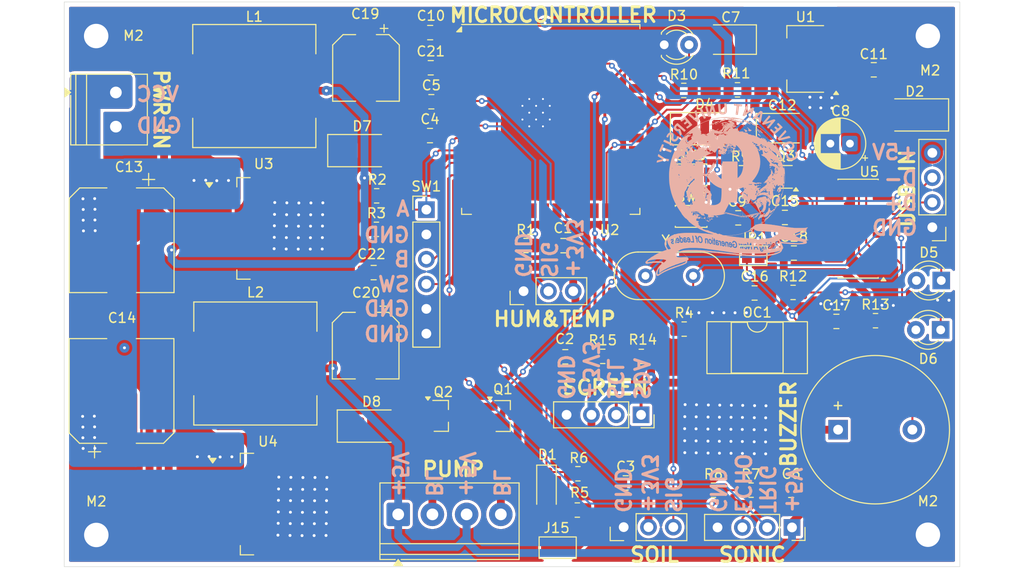
<source format=kicad_pcb>
(kicad_pcb (version 20241229) (generator "pcbnew") (generator_version "9.0")
  (layers (0 "F.Cu" signal) (2 "B.Cu" signal) (13 "F.Paste" user) (15 "B.Paste" user) (5 "F.SilkS" user "F.Silkscreen") (7 "B.SilkS" user "B.Silkscreen") (1 "F.Mask" user) (3 "B.Mask" user) (25 "Edge.Cuts" user))
  (net 0 "")
  (net 1 "Net-(BZ1--)")
  (net 2 "+5V")
  (net 3 "GND")
  (net 4 "+3.3V")
  (net 5 "/GPIO32")
  (net 6 "/GPIO35")
  (net 7 "Net-(D2-K)")
  (net 8 "/EN")
  (net 9 "Net-(D4-A)")
  (net 10 "/VCC")
  (net 11 "Net-(U5-Xi)")
  (net 12 "Net-(U5-Xo)")
  (net 13 "Net-(JP1-A)")
  (net 14 "Net-(D3-A)")
  (net 15 "Net-(D5-A)")
  (net 16 "/GPIO1{slash}TX")
  (net 17 "Net-(D6-A)")
  (net 18 "/GPIO3{slash}RX")
  (net 19 "Net-(D7-K)")
  (net 20 "Net-(D8-K)")
  (net 21 "Net-(J1-Pin_4)")
  (net 22 "Net-(J1-Pin_2)")
  (net 23 "/GPIO34")
  (net 24 "/SDA")
  (net 25 "/SCL")
  (net 26 "Net-(J5-Pin_3)")
  (net 27 "/GPIO14")
  (net 28 "/+")
  (net 29 "/-")
  (net 30 "Net-(OC1-Pad1)")
  (net 31 "/GPIO16")
  (net 32 "/GPIO33")
  (net 33 "/DTR")
  (net 34 "/RTS")
  (net 35 "/GPIO0")
  (net 36 "/GPIO26")
  (net 37 "/GPIO25")
  (net 38 "/GPIO4")
  (net 39 "+BATT")
  (net 40 "/GPIO12")
  (net 41 "/GPIO2")
  (net 42 "/GPIO27")
  (net 43 "/GPIO17")
  (net 44 "/GPIO13")
  (net 45 "/GPIO18{slash}SCK")
  (net 46 "/GPIO15")
  (net 49 "/GPIO19{slash}MISO")
  (net 50 "/GPIO39")
  (net 52 "/GPIO5{slash}CS")
  (net 54 "/GPIO36")
  (net 58 "/GPIO23{slash}MOSI")
  (footprint "Capacitor_SMD:C_0805_2012Metric_Pad1.18x1.45mm_HandSolder" (layer "F.Cu") (at 135.54 92.705)
    (property "Reference" "C4")
    (property "Value" "100nF")
  )
  (footprint "Crystal:Crystal_HC49-4H_Vertical" (layer "F.Cu") (at 162.47 107.065 180)
    (property "Reference" "Y1")
    (property "Value" "12MHz")
  )
  (footprint "MountingHole:MountingHole_2.5mm_Pad" (layer "F.Cu") (at 186.485 82.495)
    (property "Reference" "M2")
    (property "Value" "MountingHole_2.5mm_Pad")
  )
  (footprint "Capacitor_THT:CP_Radial_D5.0mm_P2.00mm" (layer "F.Cu") (at 178.510113 93.525 180)
    (property "Reference" "C8")
    (property "Value" "10uF_16V")
  )
  (footprint "TerminalBlock_Phoenix:TerminalBlock_Phoenix_PT-1,5-2-3.5-H_1x02_P3.50mm_Horizontal" (layer "F.Cu") (at 103.4025 88.29 -90)
    (property "Reference" "J11" (hide yes))
    (property "Value" "INPUT")
  )
  (footprint "Capacitor_SMD:C_0805_2012Metric_Pad1.18x1.45mm_HandSolder" (layer "F.Cu") (at 135.68 89.24)
    (property "Reference" "C5")
    (property "Value" "100nF")
  )
  (footprint "Capacitor_SMD:CP_Elec_6.3x7.7" (layer "F.Cu") (at 128.96 114.215 -90)
    (property "Reference" "C20")
    (property "Value" "220uF_16V")
  )
  (footprint "Capacitor_SMD:C_0805_2012Metric_Pad1.18x1.45mm_HandSolder" (layer "F.Cu") (at 172.4975 129.0325)
    (property "Reference" "C6")
    (property "Value" "100nF")
  )
  (footprint "MountingHole:MountingHole_2.5mm_Pad" (layer "F.Cu") (at 186.49 133.58)
    (property "Reference" "M2")
    (property "Value" "MountingHole_2.5mm_Pad")
  )
  (footprint "Connector_PinHeader_2.54mm:PinHeader_1x03_P2.54mm_Vertical" (layer "F.Cu") (at 155.36 132.8025 90)
    (property "Reference" "J2" (hide yes))
    (property "Value" "SOIL SENSOR")
  )
  (footprint "Capacitor_SMD:CP_Elec_6.3x7.7" (layer "F.Cu") (at 128.995 85.775 -90)
    (property "Reference" "C19")
    (property "Value" "220uF_16V")
  )
  (footprint "Connector_PinHeader_2.54mm:PinHeader_1x03_P2.54mm_Vertical" (layer "F.Cu") (at 145.12 108.64 90)
    (property "Reference" "J3" (hide yes))
    (property "Value" "AM2301A")
  )
  (footprint "Capacitor_SMD:C_0805_2012Metric_Pad1.18x1.45mm_HandSolder" (layer "F.Cu") (at 135.56 82.16)
    (property "Reference" "C10")
    (property "Value" "100nF")
  )
  (footprint "MountingHole:MountingHole_2.5mm_Pad" (layer "F.Cu") (at 101.4 133.605)
    (property "Reference" "M2")
    (property "Value" "MountingHole_2.5mm_Pad")
  )
  (footprint "Connector_PinHeader_2.54mm:PinHeader_1x06_P2.54mm_Vertical" (layer "F.Cu") (at 135.17 100.29)
    (property "Reference" "SW1")
    (property "Value" "RotaryEncoder")
  )
  (footprint "LED_THT:LED_D3.0mm" (layer "F.Cu") (at 159.51 83.405)
    (property "Reference" "D3")
    (property "Value" "Red")
  )
  (footprint "Capacitor_SMD:C_0805_2012Metric_Pad1.18x1.45mm_HandSolder" (layer "F.Cu") (at 155.5675 128.2775)
    (property "Reference" "C3")
    (property "Value" "100nF")
  )
  (footprint "Capacitor_SMD:CP_Elec_10x12.5" (layer "F.Cu") (at 103.98 118.8575 90)
    (property "Reference" "C14")
    (property "Value" "680uF_35V")
  )
  (footprint "Buzzer_Beeper:Buzzer_15x7.5RM7.6" (layer "F.Cu") (at 177.3 122.825)
    (property "Reference" "BZ1" (hide yes))
    (property "Value" "Buzzer")
  )
  (footprint "Resistor_SMD:R_0805_2012Metric" (layer "F.Cu") (at 168.3975 129.0175 180)
    (property "Reference" "R7")
    (property "Value" "1k")
  )
  (footprint "Diode_SMD:D_SOD-123" (layer "F.Cu") (at 147.4625 128.8125 -90)
    (property "Reference" "D1")
    (property "Value" "3.3V")
  )
  (footprint "Resistor_SMD:R_0805_2012Metric" (layer "F.Cu") (at 167.3975 96.51 180)
    (property "Reference" "R9")
    (property "Value" "10k")
  )
  (footprint "Capacitor_SMD:C_0805_2012Metric_Pad1.18x1.45mm_HandSolder" (layer "F.Cu") (at 172.775 104.735)
    (property "Reference" "C18")
    (property "Value" "100nF")
  )
  (footprint "LED_THT:LED_D3.0mm" (layer "F.Cu") (at 187.855 107.545 180)
    (property "Reference" "D5")
    (property "Value" "Red")
  )
  (footprint "Capacitor_SMD:C_0805_2012Metric_Pad1.18x1.45mm_HandSolder" (layer "F.Cu") (at 149.3875 115.36 180)
    (property "Reference" "C2")
    (property "Value" "100nF")
  )
  (footprint "TestPoint:TestPoint_Keystone_5015_Micro_Mini" (layer "F.Cu") (at 148.6075 134.9075)
    (property "Reference" "J15")
    (property "Value" "BSEN")
  )
  (footprint "Diode_SMD:D_SMA" (layer "F.Cu") (at 128.5875 94.245)
    (property "Reference" "D7")
    (property "Value" "1N5824")
  )
  (footprint "Capacitor_SMD:CP_Elec_10x12.5" (layer "F.Cu") (at 103.995 103.425 -90)
    (property "Reference" "C13")
    (property "Value" "680uF_35V")
  )
  (footprint "Package_TO_SOT_SMD:TO-263-5_TabPin6" (layer "F.Cu") (at 120.96 130.44)
    (property "Reference" "U4")
    (property "Value" "LM2596S-3.3V")
  )
  (footprint "Resistor_SMD:R_0805_2012Metric" (layer "F.Cu") (at 153.22 115.315)
    (property "Reference" "R15")
    (property "Value" "10k")
  )
  (footprint "Capacitor_SMD:C_0805_2012Metric_Pad1.18x1.45mm_HandSolder" (layer "F.Cu") (at 168.7575 108.825)
    (property "Reference" "C16")
    (property "Value" "22pF")
  )
  (footprint "MountingHole:MountingHole_2.5mm_Pad" (layer "F.Cu") (at 101.385 82.51)
    (property "Reference" "M2")
    (property "Value" "MountingHole_2.5mm_Pad")
  )
  (footprint "Resistor_SMD:R_0805_2012Metric" (layer "F.Cu") (at 164.55 129.0225)
    (property "Reference" "R8")
    (property "Value" "2k")
  )
  (footprint "Capacitor_SMD:C_0805_2012Metric_Pad1.18x1.45mm_HandSolder" (layer "F.Cu") (at 149.19 103.975)
    (property "Reference" "C1")
    (property "Value" "100nF")
  )
  (footprint "Resistor_SMD:R_0805_2012Metric" (layer "F.Cu") (at 172.695 108.77)
    (property "Reference" "R12")
    (property "Value" "330R")
  )
  (footprint "Resistor_SMD:R_0805_2012Metric" (layer "F.Cu") (at 150.6775 127.335 180)
    (property "Reference" "R6")
    (property "Value" "20k")
  )
  (footprint "Capacitor_SMD:C_0805_2012Metric_Pad1.18x1.45mm_HandSolder" (layer "F.Cu") (at 171.855 101.0925)
    (property "Reference" "C15")
    (property "Value" "22pF")
  )
  (footprint "Resistor_SMD:R_0805_2012Metric" (layer "F.Cu") (at 161.51 88.08 180)
    (property "Reference" "R10")
    (property "Value" "330R")
  )
  (footprint "Jumper:SolderJumper-2_P1.3mm_Open_Pad1.0x1.5mm" (layer "F.Cu") (at 168.62 105.005)
    (property "Reference" "JP1")
    (property "Value" "~")
  )
  (footprint "Package_DIP:DIP-4_W7.62mm_SMDSocket_SmallPads" (layer "F.Cu") (at 169.02 114.425)
    (property "Reference" "OC1")
    (property "Value" "PC817XI")
  )
  (footprint "Diode_SMD:D_SMA" (layer "F.Cu") (at 129.565 122.455)
    (property "Reference" "D8")
    (property "Value" "1N5824")
  )
  (footprint "TerminalBlock_Phoenix:TerminalBlock_Phoenix_PT-1,5-4-3.5-H_1x04_P3.50mm_Horizontal" (layer "F.Cu") (at 132.29 131.4975)
    (property "Reference" "J1" (hide yes))
    (property "Value" "PUMP")
  )
  (footprint "Resistor_SMD:R_0805_2012Metric" (layer "F.Cu") (at 130.085 98.875 180)
    (property "Reference" "R2")
    (property "Value" "10k")
  )
  (footprint "Connector_PinSocket_2.54mm:PinSocket_1x04_P2.54mm_Vertical" (layer "F.Cu") (at 172.585 132.8325 -90)
    (property "Reference" "J5" (hide yes))
    (property "Value" "Ultra Sonic")
  )
  (footprint "Resistor_SMD:R_0805_2012Metric" (layer "F.Cu") (at 130.06 102.305)
    (property "Reference" "R3")
    (property "Value" "10k")
  )
  (footprint "Capacitor_SMD:C_0805_2012Metric_Pad1.18x1.45mm_HandSolder" (layer "F.Cu") (at 129.78 106.735 180)
    (property "Reference" "C22")
    (property "Value" "100nF")
  )
  (footprint "RF_Module:ESP32-WROOM-32U" (layer "F.Cu") (at 147.9 91.05)
    (property "Reference" "U2")
    (property "Value" "ESP32-WROOM")
  )
  (footprint "Diode_SMD:D_SMA" (layer "F.Cu") (at 163.6525 92)
    (property "Reference" "D4")
    (property "Value" "1N5819")
  )
  (footprint "Resistor_SMD:R_0805_2012Metric" (layer "F.Cu") (at 145.365 103.965)
    (property "Reference" "R1")
    (property "Value" "10k")
  )
  (footprint "Package_TO_SOT_SMD:SOT-23_Handsoldering" (layer "F.Cu") (at 136.67 121.41)
    (property "Reference" "Q2")
    (property "Value" "IRLML6344")
  )
  (footprint "Package_TO_SOT_SMD:SOT-363_SC-70-6" (layer "F.Cu") (at 171.905 96.9325 180)
    (property "Reference" "Q3")
    (property "Value" "UMH3N")
  )
  (footprint "Resistor_SMD:R_0805_2012Metric" (layer "F.Cu") (at 181.1275 111.66)
    (property "Reference" "R13")
    (property "Value" "330R")
  )
  (footprint "Inductor_SMD:L_12x12mm_H6mm" (layer "F.Cu") (at 117.565 87.63)
    (property "Reference" "L1")
    (property "Value" "33uH")
  )
  (footprint "Resistor_SMD:R_0805_2012Metric" (layer "F.Cu") (at 157.1625 115.32 180)
    (property "Reference" "R14")
    (property "Value" "10k")
  )
  (footprint "Capacitor_SMD:C_0805_2012Metric_Pad1.18x1.45mm_HandSolder" (layer "F.Cu") (at 167.08 101.13 180)
    (property "Reference" "C9")
    (property "Value" "470nF")
  )
  (footprint "Package_SO:SOIC-16_3.9x9.9mm_P1.27mm" (layer "F.Cu") (at 179.345 102.235 180)
    (property "Reference" "U5")
    (property "Value" "CH340C")
  )
  (footprint "Package_TO_SOT_SMD:TO-263-5_TabPin6" (layer "F.Cu") (at 120.605 102.21)
    (property "Reference" "U3")
    (property "Value" "LM2596S-3.3V")
  )
  (footprint "Button_Switch_SMD:SW_SPST_CK_KXT3" (layer "F.Cu") (at 162.265 100.975)
    (property "Reference" "SW2")
    (property "Value" "RESET")
  )
  (footprint "Package_TO_SOT_SMD:SOT-23_Handsoldering" (layer "F.Cu") (at 143.005 121.425)
    (property "Reference" "Q1")
    (property "Value" "IRLML6344")
  )
  (footprint "Capacitor_SMD:C_0805_2012Metric_Pad1.18x1.45mm_HandSolder" (layer "F.Cu") (at 180.95 85.97 180)
    (property "Reference" "C11")
    (property "Value" "100nF")
  )
  (footprint "Capacitor_Tantalum_SMD:CP_EIA-3528-21_Kemet-B_HandSolder" (layer "F.Cu") (at 171.58 91.945)
    (property "Reference" "C12")
    (property "Value" "4.7uF/16V")
  )
  (footprint "LED_THT:LED_D3.0mm" (layer "F.Cu") (at 187.795 112.6 180)
    (property "Reference" "D6")
    (property "Value" "Green")
  )
  (footprint "Capacitor_Tantalum_SMD:CP_EIA-3528-21_Kemet-B_HandSolder" (layer "F.Cu") (at 166.295 82.875 180)
    (property "Reference" "C7")
    (property "Value" "4.7uF/16V")
  )
  (footprint "Capacitor_SMD:C_0805_2012Metric_Pad1.18x1.45mm_HandSolder" (layer "F.Cu") (at 177.125 111.735 180)
    (property "Reference" "C17")
    (property "Value" "100nF")
  )
  (footprint "Resistor_SMD:R_0805_2012Metric" (layer "F.Cu") (at 167.005 88.02 180)
    (property "Reference" "R11")
    (property "Value" "10k")
  )
  (footprint "Resistor_SMD:R_0805_2012Metric" (layer "F.Cu") (at 161.55 112.52)
    (property "Reference" "R4")
    (property "Value" "10k")
  )
  (footprint "Resistor_SMD:R_0805_2012Metric" (layer "F.Cu") (at 150.6175 131.055 180)
    (property "Reference" "R5")
    (property "Value" "10k")
  )
  (footprint "Inductor_SMD:L_12x12mm_H6mm" (layer "F.Cu") (at 117.675 116.045)
    (property "Reference" "L2")
    (property "Value" "33uH")
  )
  (footprint "Connector_PinHeader_2.54mm:PinHeader_1x04_P2.54mm_Vertical" (layer "F.Cu") (at 186.94 102.095 180)
    (property "Reference" "J7" (hide yes))
    (property "Value" "USB_C Conn")
  )
  (footprint "Package_TO_SOT_SMD:SOT-223-3_TabPin2" (layer "F.Cu") (at 173.965 84.855 180)
    (property "Reference" "U1")
    (property "Value" "AMS1117-3.3")
  )
  (footprint "Button_Switch_SMD:SW_SPST_CK_KXT3" (layer "F.Cu") (at 162.245 96.73)
    (property "Reference" "SW3")
    (property "Value" "FLASH")
  )
  (footprint "Connector_PinSocket_2.54mm:PinSocket_1x04_P2.54mm_Vertical" (layer "F.Cu") (at 157.14 121.3 -90)
    (property "Reference" "J4" (hide yes))
    (property "Value" "OLED SCREEN")
  )
  (footprint "Capacitor_SMD:C_0805_2012Metric_Pad1.18x1.45mm_HandSolder" (layer "F.Cu") (at 135.62 85.76)
    (property "Reference" "C21")
    (property "Value" "100nF")
  )
  (footprint "Diode_SMD:D_SMA" (layer "F.Cu") (at 185.095 90.59 180)
    (property "Reference" "D2")
    (property "Value" "1N5819")
  )
  (footprint "logo:CULogo" (layer "B.Cu") (at 165.825 98.085 180)
    (property "Reference" "G***" (hide yes))
    (property "Value" "LOGO" (hide yes))
  )
  (gr_rect (start 98.115 79.02) (end 189.755 136.85) (stroke (width 0.05)) (fill no) (layer "Edge.Cuts"))
  (gr_text "HUM&TEMP" (at 141.89 112.37 0) (layer "F.SilkS") (effects (font (size 1.5 1.5) (thickness 0.3) (bold yes)) (justify left bottom)))
  (gr_text "USB IN" (at 185.245 102.28 90) (layer "F.SilkS") (effects (font (size 1.5 1.5) (thickness 0.3) (bold yes)) (justify left bottom)))
  (gr_text "PUMP" (at 134.595 127.745 0) (layer "F.SilkS") (effects (font (size 1.5 1.5) (thickness 0.3) (bold yes)) (justify left bottom)))
  (gr_text "SOIL" (at 155.86 136.51 0) (layer "F.SilkS") (effects (font (size 1.5 1.5) (thickness 0.3) (bold yes)) (justify left bottom)))
  (gr_text "SCREEN" (at 148.935 119.38 0) (layer "F.SilkS") (effects (font (size 1.5 1.5) (thickness 0.3) (bold yes)) (justify left bottom)))
  (gr_text "PWR IN" (at 107.17 85.765 270) (layer "F.SilkS") (effects (font (size 1.5 1.5) (thickness 0.3) (bold yes)) (justify left bottom)))
  (gr_text "BUZZER" (at 173.11 126.835 90) (layer "F.SilkS") (effects (font (size 1.5 1.5) (thickness 0.3) (bold yes)) (justify left bottom)))
  (gr_text "MICROCONTROLLER" (at 137.395 81.22 0) (layer "F.SilkS") (effects (font (size 1.5 1.5) (thickness 0.3) (bold yes)) (justify left bottom)))
  (gr_text "SONIC" (at 164.935 136.51 0) (layer "F.SilkS") (effects (font (size 1.5 1.5) (thickness 0.3) (bold yes)) (justify left bottom)))
  (gr_text "+3V3" (at 151.9775 116.722143 270) (layer "B.SilkS") (effects (font (size 1.5 1.5) (thickness 0.3) (bold yes)) (justify mirror)))
  (gr_text "D-" (at 183.7 97.11 0) (layer "B.SilkS") (effects (font (size 1.5 1.5) (thickness 0.3) (bold yes)) (justify mirror)))
  (gr_text "VCC" (at 107.692143 88.465 0) (layer "B.SilkS") (effects (font (size 1.5 1.5) (thickness 0.3) (bold yes)) (justify mirror)))
  (gr_text "GND" (at 164.985 129.022857 270) (layer "B.SilkS") (effects (font (size 1.5 1.5) (thickness 0.3) (bold yes)) (justify mirror)))
  (gr_text "+5V" (at 183.092858 94.415 0) (layer "B.SilkS") (effects (font (size 1.5 1.5) (thickness 0.3) (bold yes)) (justify mirror)))
  (gr_text "GND" (at 155.25 129.022857 270) (layer "B.SilkS") (effects (font (size 1.5 1.5) (thickness 0.3) (bold yes)) (justify mirror)))
  (gr_text "SIG" (at 160.4 129.487143 270) (layer "B.SilkS") (effects (font (size 1.5 1.5) (thickness 0.3) (bold yes)) (justify mirror)))
  (gr_text "+3V3" (at 150.295 104.221429 270) (layer "B.SilkS") (effects (font (size 1.5 1.5) (thickness 0.3) (bold yes)) (justify mirror)))
  (gr_text "SDA" (at 157.1625 117.615 270) (layer "B.SilkS") (effects (font (size 1.5 1.5) (thickness 0.3) (bold yes)) (justify mirror)))
  (gr_text "SIG" (at 147.695 105.4 270) (layer "B.SilkS") (effects (font (size 1.5 1.5) (thickness 0.3) (bold yes)) (justify mirror)))
  (gr_text "D+" (at 183.7 99.6 0) (layer "B.SilkS") (effects (font (size 1.5 1.5) (thickness 0.3) (bold yes)) (justify mirror)))
  (gr_text "GND" (at 149.4225 117.436428 270) (layer "B.SilkS") (effects (font (size 1.5 1.5) (thickness 0.3) (bold yes)) (justify mirror)))
  (gr_text "SW" (at 131.843571 107.94 0) (layer "B.SilkS") (effects (font (size 1.5 1.5) (thickness 0.3) (bold yes)) (justify mirror)))
  (gr_text "GND" (at 131.129285 113.045 0) (layer "B.SilkS") (effects (font (size 1.5 1.5) (thickness 0.3) (bold yes)) (justify mirror)))
  (gr_text "BL" (at 135.925 128.308571 270) (layer "B.SilkS") (effects (font (size 1.5 1.5) (thickness 0.3) (bold yes)) (justify mirror)))
  (gr_text "BL" (at 142.855 128.308571 270) (layer "B.SilkS") (effects (font (size 1.5 1.5) (thickness 0.3) (bold yes)) (justify mirror)))
  (gr_text "A" (at 132.772143 100.2 0) (layer "B.SilkS") (effects (font (size 1.5 1.5) (thickness 0.3) (bold yes)) (justify mirror)))
  (gr_text "+5V" (at 139.34 127.38 270) (layer "B.SilkS") (effects (font (size 1.5 1.5) (thickness 0.3) (bold yes)) (justify mirror)))
  (gr_text "GND" (at 131.129285 110.44 0) (layer "B.SilkS") (effects (font (size 1.5 1.5) (thickness 0.3) (bold yes)) (justify mirror)))
  (gr_text "GND" (at 145.045 104.935714 270) (layer "B.SilkS") (effects (font (size 1.5 1.5) (thickness 0.3) (bold yes)) (justify mirror)))
  (gr_text "GND" (at 107.835 91.7 0) (layer "B.SilkS") (effects (font (size 1.5 1.5) (thickness 0.3) (bold yes)) (justify mirror)))
  (gr_text "GND" (at 183.092857 102.155 0) (layer "B.SilkS") (effects (font (size 1.5 1.5) (thickness 0.3) (bold yes)) (justify mirror)))
  (gr_text "ECHO" (at 167.54 128.308571 270) (layer "B.SilkS") (effects (font (size 1.5 1.5) (thickness 0.3) (bold yes)) (justify mirror)))
  (gr_text "B" (at 132.665 105.385 0) (layer "B.SilkS") (effects (font (size 1.5 1.5) (thickness 0.3) (bold yes)) (justify mirror)))
  (gr_text "TRIG" (at 170.03 128.88 270) (layer "B.SilkS") (effects (font (size 1.5 1.5) (thickness 0.3) (bold yes)) (justify mirror)))
  (gr_text "+3V3" (at 158 128.308572 270) (layer "B.SilkS") (effects (font (size 1.5 1.5) (thickness 0.3) (bold yes)) (justify mirror)))
  (gr_text "+5V" (at 132.475 127.38 270) (layer "B.SilkS") (effects (font (size 1.5 1.5) (thickness 0.3) (bold yes)) (justify mirror)))
  (gr_text "SCL" (at 154.4675 117.650714 270) (layer "B.SilkS") (effects (font (size 1.5 1.5) (thickness 0.3) (bold yes)) (justify mirror)))
  (gr_text "GND" (at 131.129285 102.895 0) (layer "B.SilkS") (effects (font (size 1.5 1.5) (thickness 0.3) (bold yes)) (justify mirror)))
  (gr_text "+5V" (at 172.725 129.022858 270) (layer "B.SilkS") (effects (font (size 1.5 1.5) (thickness 0.3) (bold yes)) (justify mirror)))
  (segment (start 182.16 113.155) (end 184.9 115.895) (width 0.2) (layer "F.Cu") (net 1))
  (segment (start 184.9 115.895) (end 184.9 122.825) (width 0.2) (layer "F.Cu") (net 1))
  (segment (start 172.83 113.155) (end 182.16 113.155) (width 0.2) (layer "F.Cu") (net 1))
  (segment (start 126.975 111.515) (end 128.96 111.515) (width 0.8) (layer "F.Cu") (net 2))
  (segment (start 109.72 109.19) (end 121.325 109.19) (width 0.8) (layer "F.Cu") (net 2))
  (segment (start 106.845 112.065) (end 109.72 109.19) (width 0.8) (layer "F.Cu") (net 2))
  (segment (start 128.7425 106.735) (end 128.7425 111.2975) (width 0.8) (layer "F.Cu") (net 2))
  (segment (start 125.615 112.875) (end 126.975 111.515) (width 0.8) (layer "F.Cu") (net 2))
  (segment (start 175.515 122.825) (end 177.3 122.825) (width 0.8) (layer "F.Cu") (net 2))
  (segment (start 123.125 116.545) (end 122.625 116.045) (width 0.8) (layer "F.Cu") (net 2))
  (segment (start 106.845 130.055) (end 106.845 112.065) (width 0.8) (layer "F.Cu") (net 2))
  (segment (start 172.585 132.8325) (end 172.585 132.32) (width 0.8) (layer "F.Cu") (net 2))
  (segment (start 121.325 109.19) (end 122.625 110.49) (width 0.8) (layer "F.Cu") (net 2))
  (segment (start 173.535 129.0325) (end 173.535 124.805) (width 0.8) (layer "F.Cu") (net 2))
  (segment (start 173.535 131.37) (end 173.535 129.0325) (width 0.8) (layer "F.Cu") (net 2))
  (segment (start 128.7425 111.2975) (end 128.96 111.515) (width 0.8) (layer "F.Cu") (net 2))
  (segment (start 125.615 116.545) (end 125.615 112.875) (width 0.8) (layer "F.Cu") (net 2))
  (segment (start 173.535 124.805) (end 175.515 122.825) (width 0.8) (layer "F.Cu") (net 2))
  (segment (start 113.31 132.14) (end 108.93 132.14) (width 0.8) (layer "F.Cu") (net 2))
  (segment (start 122.625 110.49) (end 122.625 116.045) (width 0.8) (layer "F.Cu") (net 2))
  (segment (start 172.585 132.32) (end 173.535 131.37) (width 0.8) (layer "F.Cu") (net 2))
  (segment (start 125.615 116.545) (end 123.125 116.545) (width 0.8) (layer "F.Cu") (net 2))
  (segment (start 108.93 132.14) (end 106.845 130.055) (width 0.8) (layer "F.Cu") (net 2))
  (via (at 125.615 116.545) (size 1) (drill 0.3) (layers "F.Cu" "B.Cu") (net 2))
  (segment (start 172.585 134.165) (end 172.585 132.8325) (width 0.8) (layer "B.Cu") (net 2))
  (segment (start 139.29 133.87) (end 139.29 131.4975) (width 0.8) (layer "B.Cu") (net 2))
  (segment (start 132.29 133.69) (end 133.43 134.83) (width 0.8) (layer "B.Cu") (net 2))
  (segment (start 132.29 131.4975) (end 132.29 133.69) (width 0.8) (layer "B.Cu") (net 2))
  (segment (start 138.33 134.83) (end 139.29 133.87) (width 0.8) (layer "B.Cu") (net 2))
  (segment (start 132.29 124.315) (end 130.98 123.005) (width 0.8) (layer "B.Cu") (net 2))
  (segment (start 171.3 135.45) (end 172.585 134.165) (width 0.8) (layer "B.Cu") (net 2))
  (segment (start 125.615 117.64) (end 125.615 116.545) (width 0.8) (layer "B.Cu") (net 2))
  (segment (start 140.505 135.45) (end 171.3 135.45) (width 0.8) (layer "B.Cu") (net 2))
  (segment (start 133.43 134.83) (end 138.33 134.83) (width 0.8) (layer "B.Cu") (net 2))
  (segment (start 130.98 123.005) (end 125.615 117.64) (width 0.8) (layer "B.Cu") (net 2))
  (segment (start 132.29 131.4975) (end 132.29 124.315) (width 0.8) (layer "B.Cu") (net 2))
  (segment (start 139.29 134.235) (end 140.505 135.45) (width 0.8) (layer "B.Cu") (net 2))
  (segment (start 139.29 131.4975) (end 139.29 134.235) (width 0.8) (layer "B.Cu") (net 2))
  (via (at 175.53 88.81) (size 1) (drill 0.3) (layers "F.Cu" "B.Cu") (net 3))
  (via (at 119.62 101.94) (size 1) (drill 0.3) (layers "F.Cu" "B.Cu") (net 3))
  (via (at 124.955 130.09) (size 1) (drill 0.3) (layers "F.Cu" "B.Cu") (net 3))
  (via (at 162.78 121.505) (size 1) (drill 0.3) (layers "F.Cu" "B.Cu") (net 3))
  (via (at 120.855 101.97) (size 1) (drill 0.3) (layers "F.Cu" "B.Cu") (net 3))
  (via (at 169.875 122.84) (size 1) (drill 0.3) (layers "F.Cu" "B.Cu") (net 3))
  (via (at 122.475 132.455) (size 1) (drill 0.3) (layers "F.Cu" "B.Cu") (net 3))
  (via (at 159.535 95.215) (size 1) (drill 0.3) (layers "F.Cu" "B.Cu") (net 3))
  (via (at 166.335 124.02) (size 1) (drill 0.3) (layers "F.Cu" "B.Cu") (net 3))
  (via (at 161.645 120.255) (size 1) (drill 0.3) (layers "F.Cu" "B.Cu") (net 3))
  (via (at 124.555 100.805) (size 1) (drill 0.3) (layers "F.Cu" "B.Cu") (net 3))
  (via (at 120.01 132.41) (size 1) (drill 0.3) (layers "F.Cu" "B.Cu") (net 3))
  (via (at 120.83 104.32) (size 1) (drill 0.3) (layers "F.Cu" "B.Cu") (net 3))
  (via (at 121.27 130.09) (size 1) (drill 0.3) (layers "F.Cu" "B.Cu") (net 3))
  (via (at 175.53 109.925) (size 1) (drill 0.3) (layers "F.Cu" "B.Cu") (net 3))
  (via (at 120.895 99.59) (size 1) (drill 0.3) (layers "F.Cu" "B.Cu") (net 3))
  (via (at 123.36 99.6) (size 1) (drill 0.3) (layers "F.Cu" "B.Cu") (net 3))
  (via (at 174.41 89.825) (size 1) (drill 0.3) (layers "F.Cu" "B.Cu") (net 3))
  (via (at 122.06 104.335) (size 1) (drill 0.3) (layers "F.Cu" "B.Cu") (net 3))
  (via (at 123.75 128.935) (size 1) (drill 0.3) (layers "F.Cu" "B.Cu") (net 3))
  (via (at 175.53 89.87) (size 1) (drill 0.3) (layers "F.Cu" "B.Cu") (net 3))
  (via (at 120.05 128.895) (size 1) (drill 0.3) (layers "F.Cu" "B.Cu") (net 3))
  (via (at 162.78 125.19) (size 1) (drill 0.3) (layers "F.Cu" "B.Cu") (net 3))
  (via (at 167.51 121.57) (size 1) (drill 0.3) (layers "F.Cu" "B.Cu") (net 3))
  (via (at 122.125 99.605) (size 1) (drill 0.3) (layers "F.Cu" "B.Cu") (net 3))
  (via (at 104.28 114.44) (size 1) (drill 0.3) (layers "F.Cu" "B.Cu") (net 3))
  (via (at 124.995 127.71) (size 1) (drill 0.3) (layers "F.Cu" "B.Cu") (net 3))
  (via (at 163.995 121.53) (size 1) (drill 0.3) (layers "F.Cu" "B.Cu") (net 3))
  (via (at 161.6 122.72) (size 1) (drill 0.3) (layers "F.Cu" "B.Cu") (net 3))
  (via (at 124.945 131.275) (size 1) (drill 0.3) (layers "F.Cu" "B.Cu") (net 3))
  (via (at 121.245 132.44) (size 1) (drill 0.3) (layers "F.Cu" "B.Cu") (net 3))
  (via (at 163.995 125.215) (size 1) (drill 0.3) (layers "F.Cu" "B.Cu") (net 3))
  (via (at 164.45 110.85) (size 1) (drill 0.3) (layers "F.Cu" "B.Cu") (net 3))
  (via (at 169.92 120.375) (size 1) (drill 0.3) (layers "F.Cu" "B.Cu") (net 3))
  (via (at 174.41 88.765) (size 1) (drill 0.3) (layers "F.Cu" "B.Cu") (net 3))
  (via (at 123.32 101.98) (size 1) (drill 0.3) (layers "F.Cu" "B.Cu") (net 3))
  (via (at 123.685 133.665) (size 1) (drill 0.3) (layers "F.Cu" "B.Cu") (net 3))
  (via (at 124.58 99.59) (size 1) (drill 0.3) (layers "F.Cu" "B.Cu") (net 3))
  (via (at 168.755 120.36) (size 1) (drill 0.3) (layers "F.Cu" "B.Cu") (net 3))
  (via (at 166.375 120.32) (size 1) (drill 0.3) (layers "F.Cu" "B.Cu") (net 3))
  (via (at 124.53 103.155) (size 1) (drill 0.3) (layers "F.Cu" "B.Cu") (net 3))
  (via (at 119.66 99.56) (size 1) (drill 0.3) (layers "F.Cu" "B.Cu") (net 3))
  (via (at 124.515 104.32) (size 1) (drill 0.3) (layers "F.Cu" "B.Cu") (net 3))
  (via (at 122.515 128.94) (size 1) (drill 0.3) (layers "F.Cu" "B.Cu") (net 3))
  (via (at 162.765 122.735) (size 1) (drill 0.3) (layers "F.Cu" "B.Cu") (net 3))
  (via (at 169.89 125.295) (size 1) (drill 0.3) (layers "F.Cu" "B.Cu") (net 3))
  (via (at 119.635 100.775) (size 1) (drill 0.3) (layers "F.Cu" "B.Cu") (net 3))
  (via (at 165.19 120.31) (size 1) (drill 0.3) (layers "F.Cu" "B.Cu") (net 3))
  (via (at 161.615 125.175) (size 1) (drill 0.3) (layers "F.Cu" "B.Cu") (net 3))
  (via (at 168.725 121.595) (size 1) (drill 0.3) (layers "F.Cu" "B.Cu") (net 3))
  (via (at 120.035 130.06) (size 1) (drill 0.3) (layers "F.Cu" "B.Cu") (net 3))
  (via (at 166.33 122.785) (size 1) (drill 0.3) (layers "F.Cu" "B.Cu") (net 3))
  (via (at 165.615 110.85) (size 1) (drill 0.3) (layers "F.Cu" "B.Cu") (net 3))
  (via (at 162.81 120.27) (size 1) (drill 0.3) (layers "F.Cu" "B.Cu") (net 3))
  (via (at 187.48 109.55) (size 1) (drill 0.3) (layers "F.Cu" "B.Cu") (net 3))
  (via (at 120.025 131.245) (size 1) (drill 0.3) (layers "F.Cu" "B.Cu") (net 3))
  (via (at 168.715 124.06) (size 1) (drill 0.3) (layers "F.Cu" "B.Cu") (net 3))
  (via (at 124.97 128.925) (size 1) (drill 0.3) (layers "F.Cu" "B.Cu") (net 3))
  (via (at 166.755 110.85) (size 1) (drill 0.3) (layers "F.Cu" "B.Cu") (net 3))
  (via (at 122.45 133.67) (size 1) (drill 0.3) (layers "F.Cu" "B.Cu") (net 3))
  (via (at 124.93 132.44) (size 1) (drill 0.3) (layers "F.Cu" "B.Cu") (net 3))
  (via (at 176.605 109.945) (size 1) (drill 0.3) (layers "F.Cu" "B.Cu") (net 3))
  (via (at 120.845 103.155) (size 1) (drill 0.3) (layers "F.Cu" "B.Cu") (net 3))
  (via (at 120.075 127.68) (size 1) (drill 0.3) (layers "F.Cu" "B.Cu") (net 3))
  (via (at 122.1 100.82) (size 1) (drill 0.3) (layers "F.Cu" "B.Cu") (net 3))
  (via (at 167.5 124.035) (size 1) (drill 0.3) (layers "F.Cu" "B.Cu") (net 3))
  (via (at 166.345 125.24) (size 1) (drill 0.3) (layers "F.Cu" "B.Cu") (net 3))
  (via (at 160.65 94.12) (size 1) (drill 0.3) (layers "F.Cu" "B.Cu") (net 3))
  (via (at 162.77 123.97) (size 1) (drill 0.3) (layers "F.Cu" "B.Cu") (net 3))
  (via (at 181.785 110.085) (size 1) (drill 0.3) (layers "F.Cu" "B.Cu") (net 3))
  (via (at 167.54 120.335) (size 1) (drill 0.3) (layers "F.Cu" "B.Cu") (net 3))
  (via (at 119.595 104.29) (size 1) (drill 0.3) (layers "F.Cu" "B.Cu") (net 3))
  (via (at 122.075 103.17) (size 1) (drill 0.3) (layers "F.Cu" "B.Cu") (net 3))
  (via (at 166.345 121.555) (size 1) (drill 0.3) (layers "F.Cu" "B.Cu") (net 3))
  (via (at 123.775 127.72) (size 1) (drill 0.3) (layers "F.Cu" "B.Cu") (net 3))
  (via (at 123.295 104.33) (size 1) (drill 0.3) (layers "F.Cu" "B.Cu") (net 3))
  (via (at 177.69 109.955) (size 1) (drill 0.3) (layers "F.Cu" "B.Cu") (net 3))
  (via (at 165.16 125.23) (size 1) (drill 0.3) (layers "F.Cu" "B.Cu") (net 3))
  (via (at 119.985 133.625) (size 1) (drill 0.3) (layers "F.Cu" "B.Cu") (net 3))
  (via (at 167.51 125.255) (size 1) (drill 0.3) (layers "F.Cu" "B.Cu") (net 3))
  (via (at 168.725 125.28) (size 1) (drill 0.3) (layers "F.Cu" "B.Cu") (net 3))
  (via (at 123.71 132.45) (size 1) (drill 0.3) (layers "F.Cu" "B.Cu") (net 3))
  (via (at 163.98 122.76) (size 1) (drill 0.3) (layers "F.Cu" "B.Cu") (net 3))
  (via (at 122.49 131.29) (size 1) (drill 0.3) (layers "F.Cu" "B.Cu") (net 3))
  (via (at 161.615 121.49) (size 1) (drill 0.3) (layers "F.Cu" "B.Cu") (net 3))
  (via (at 120.87 100.805) (size 1) (drill 0.3) (layers "F.Cu" "B.Cu") (net 3))
  (via (at 165.15 124.01) (size 1) (drill 0.3) (layers "F.Cu" "B.Cu") (net 3))
  (via (at 167.495 122.8) (size 1) (drill 0.3) (layers "F.Cu" "B.Cu") (net 3))
  (via (at 121.31 127.71) (size 1) (drill 0.3) (layers "F.Cu" "B.Cu") (net 3))
  (via (at 122.54 127.725) (size 1) (drill 0.3) (layers "F.Cu" "B.Cu") (net 3))
  (via (at 168.71 122.825) (size 1) (drill 0.3) (layers "F.Cu" "B.Cu") (net 3))
  (via (at 161.89 110.85) (size 1) (drill 0.3) (layers "F.Cu" "B.Cu") (net 3))
  (via (at 123.335 100.815) (size 1) (drill 0.3) (layers "F.Cu" "B.Cu") (net 3))
  (via (at 163.055 110.85) (size 1) (drill 0.3) (layers "F.Cu" "B.Cu") (net 3))
  (via (at 122.085 101.985) (size 1) (drill 0.3) (layers "F.Cu" "B.Cu") (net 3))
  (via (at 169.88 124.075) (size 1) (drill 0.3) (layers "F.Cu" "B.Cu") (net 3))
  (via (at 176.66 88.835) (size 1) (drill 0.3) (layers "F.Cu" "B.Cu") (net 3))
  (via (at 163.985 123.995) (size 1) (drill 0.3) (layers "F.Cu" "B.Cu") (net 3))
  (via (at 124.905 133.655) (size 1) (drill 0.3) (layers "F.Cu" "B.Cu") (net 3))
  (via (at 122.5 130.105) (size 1) (drill 0.3) (layers "F.Cu" "B.Cu") (net 3))
  (via (at 123.725 131.285) (size 1) (drill 0.3) (layers "F.Cu" "B.Cu") (net 3))
  (via (at 165.145 122.775) (size 1) (drill 0.3) (layers "F.Cu" "B.Cu") (net 3))
  (via (at 164.025 120.295) (size 1) (drill 0.3) (layers "F.Cu" "B.Cu") (net 3))
  (via (at 121.26 131.275) (size 1) (drill 0.3) (layers "F.Cu" "B.Cu") (net 3))
  (via (at 176.66 89.895) (size 1) (drill 0.3) (layers "F.Cu" "B.Cu") (net 3))
  (via (at 123.31 103.165) (size 1) (drill 0.3) (layers "F.Cu" "B.Cu") (net 3))
  (via (at 169.89 121.61) (size 1) (drill 0.3) (layers "F.Cu" "B.Cu") (net 3))
  (via (at 124.54 101.97) (size 1) (drill 0.3) (layers "F.Cu" "B.Cu") (net 3))
  (via (at 121.22 133.655) (size 1) (drill 0.3) (layers "F.Cu" "B.Cu") (net 3))
  (via (at 121.285 128.925) (size 1) (drill 0.3) (layers "F.Cu" "B.Cu") (net 3))
  (via (at 161.605 123.955) (size 1) (drill 0.3) (layers "F.Cu" "B.Cu") (net 3))
  (via (at 159.485 94.135) (size 1) (drill 0.3) (layers "F.Cu" "B.Cu") (net 3))
  (via (at 123.735 130.1) (size 1) (drill 0.3) (layers "F.Cu" "B.Cu") (net 3))
  (via (at 182.95 110.1) (size 1) (drill 0.3) (layers "F.Cu" "B.Cu") (net 3))
  (via (at 188.645 109.565) (size 1) (drill 0.3) (layers "F.Cu" "B.Cu") (net 3))
  (via (at 160.7 95.2) (size 1) (drill 0.3) (layers "F.Cu" "B.Cu") (net 3))
  (via (at 167.92 110.85) (size 1) (drill 0.3) (layers "F.Cu" "B.Cu") (net 3))
  (via (at 165.16 121.545) (size 1) (drill 0.3) (layers "F.Cu" "B.Cu") (net 3))
  (via (at 119.61 103.125) (size 1) (drill 0.3) (layers "F.Cu" "B.Cu") (net 3))
  (segment (start 150.2275 105.3375) (end 150.2275 103.975) (width 0.8) (layer "F.Cu") (net 4))
  (segment (start 158.165 115.41) (end 158.075 115.32) (width 0.8) (layer "F.Cu") (net 4))
  (segment (start 169.27 105.005) (end 169.27 103.4) (width 0.8) (layer "F.Cu") (net 4))
  (segment (start 109.615 103.91) (end 109.105 104.42) (width 0.8) (layer "F.Cu") (net 4))
  (segment (start 165.665 94.425) (end 163.195 94.425) (width 0.8) (layer "F.Cu") (net 4))
  (segment (start 163.195 94.425) (end 161.6525 92.8825) (width 0.8) (layer "F.Cu") (net 4))
  (segment (start 112.955 103.91) (end 109.615 103.91) (width 0.8) (layer "F.Cu") (net 4))
  (segment (start 144.4525 105.2425) (end 145.355 106.145) (width 0.8) (layer "F.Cu") (net 4))
  (segment (start 129.1725 102.28) (end 129.1475 102.305) (width 0.8) (layer "F.Cu") (net 4))
  (segment (start 161.6525 91.3475) (end 162.97 90.03) (width 0.8) (layer "F.Cu") (net 4))
  (segment (start 168.9 112.72) (end 168.9 117.125) (width 0.8) (layer "F.Cu") (net 4))
  (segment (start 136.5975 82.16) (end 136.5975 83.99) (width 0.8) (layer "F.Cu") (net 4))
  (segment (start 139.15 84.065) (end 136.6725 84.065) (width 0.8) (layer "F.Cu") (net 4))
  (segment (start 122.995 88.11) (end 122.515 87.63) (width 0.8) (layer "F.Cu") (net 4))
  (segment (start 141.94 81.15) (end 141.95 81.16) (width 0.8) (layer "F.Cu") (net 4))
  (segment (start 152.06 123.385) (end 152.06 121.3) (width 0.8) (layer "F.Cu") (net 4))
  (segment (start 152.3075 115.315) (end 152.3075 118.685) (width 0.8) (layer "F.Cu") (net 4))
  (segment (start 124.94 88.11) (end 122.995 88.11) (width 0.8) (layer "F.Cu") (net 4))
  (segment (start 136.5975 83.99) (end 132.44 83.99) (width 0.8) (layer "F.Cu") (net 4))
  (segment (start 171.4675 105.005) (end 171.7375 104.735) (width 0.8) (layer "F.Cu") (net 4))
  (segment (start 180.215 111.66) (end 180.215 108.97) (width 0.8) (layer "F.Cu") (net 4))
  (segment (start 123.8 83.075) (end 128.995 83.075) (width 0.8) (layer "F.Cu") (net 4))
  (segment (start 136.6725 84.065) (end 136.5975 83.99) (width 0.8) (layer "F.Cu") (net 4))
  (segment (start 171.7825 108.77) (end 171.7825 109.8375) (width 0.8) (layer "F.Cu") (net 4))
  (segment (start 164.8 90.03) (end 166.0925 88.7375) (width 0.8) (layer "F.Cu") (net 4))
  (segment (start 145.355 106.145) (end 149.42 106.145) (width 0.8) (layer "F.Cu") (net 4))
  (segment (start 129.1725 98.875) (end 129.1725 102.28) (width 0.8) (layer "F.Cu") (net 4))
  (segment (start 166.24 96.755) (end 166.485 96.51) (width 0.8) (layer "F.Cu") (net 4))
  (segment (start 136.5975 81.5975) (end 136.895 81.3) (width 0.8) (layer "F.Cu") (net 4))
  (segment (start 122.515 84.36) (end 123.8 83.075) (width 0.8) (layer "F.Cu") (net 4))
  (segment (start 129.1725 98.875) (end 129.1725 97.3825) (width 0.8) (layer "F.Cu") (net 4))
  (segment (start 122.515 87.63) (end 122.515 84.36) (width 0.8) (layer "F.Cu") (net 4))
  (segment (start 161.6525 92) (end 161.6525 91.3475) (width 0.8) (layer "F.Cu") (net 4))
  (segment (start 166.045 87.9725) (end 166.0925 88.02) (width 0.8) (layer "F.Cu") (net 4))
  (segment (start 171.7375 108.725) (end 171.7825 108.77) (width 0.8) (layer "F.Cu") (net 4))
  (segment (start 136.895 81.3) (end 137.045 81.15) (width 0.8) (layer "F.Cu") (net 4))
  (segment (start 144.4525 103.965) (end 144.4525 105.2425) (width 0.8) (layer "F.Cu") (net 4))
  (segment (start 136.5975 82.16) (end 136.5975 81.5975) (width 0.8) (layer "F.Cu") (net 4))
  (segment (start 161.6525 92.8825) (end 161.6525 92) (width 0.8) (layer "F.Cu") (net 4))
  (segment (start 152.06 121.3) (end 152.06 118.9325) (width 0.8) (layer "F.Cu") (net 4))
  (segment (start 171.7825 109.8375) (end 168.9 112.72) (width 0.8) (layer "F.Cu") (net 4))
  (segment (start 166.0925 88.7375) (end 166.0925 88.02) (width 0.8) (layer "F.Cu") (net 4))
  (segment (start 158.745 118.01) (end 158.165 117.43) (width 0.8) (layer "F.Cu") (net 4))
  (segment (start 129.1725 97.3825) (end 128.84 97.05) (width 0.8) (layer "F.Cu") (net 4))
  (segment (start 166.24 98.2) (end 166.24 96.755) (width 0.8) (layer "F.Cu") (net 4))
  (segment (start 137.045 81.15) (end 141.94 81.15) (width 0.8) (layer "F.Cu") (net 4))
  (segment (start 168.015 118.01) (end 158.745 118.01) (width 0.8) (layer "F.Cu") (net 4))
  (segment (start 128.995 83.075) (end 131.525 83.075) (width 0.8) (layer "F.Cu") (net 4))
  (segment (start 180.215 108.97) (end 177.925 106.68) (width 0.8) (layer "F.Cu") (net 4))
  (segment (start 153.54 124.865) (end 152.06 123.385) (width 0.8) (layer "F.Cu") (net 4))
  (segment (start 166.485 95.245) (end 165.665 94.425) (width 0.8) (layer "F.Cu") (net 4))
  (segment (start 162.97 90.03) (end 164.8 90.03) (width 0.8) (layer "F.Cu") (net 4))
  (segment (start 150.2 108.64) (end 150.2 104.0025) (width 0.8) (layer "F.Cu") (net 4))
  (segment (start 141.95 81.16) (end 147.315 81.16) (width 0.8) (layer "F.Cu") (net 4))
  (segment (start 169.27 103.4) (end 169.1 103.23) (width 0.8) (layer "F.Cu") (net 4))
  (segment (start 171.7375 106.7) (end 171.7375 108.725) (width 0.8) (layer "F.Cu") (net 4))
  (segment (start 150.425 115.36) (end 150.425 108.865) (width 0.8) (layer "F.Cu") (net 4))
  (segment (start 154.85 124.865) (end 153.54 124.865) (width 0.8) (layer "F.Cu") (net 4))
  (segment (start 168.9 117.125) (end 168.015 118.01) (width 0.8) (layer "F.Cu") (net 4))
  (segment (start 169.27 105.005) (end 171.4675 105.005) (width 0.8) (layer "F.Cu") (net 4))
  (segment (start 171.7375 104.735) (end 171.7375 106.7) (width 0.8) (layer "F.Cu") (net 4))
  (segment (start 149.42 106.145) (end 150.2275 105.3375) (width 0.8) (layer "F.Cu") (net 4))
  (segment (start 166.045 86.095) (end 166.045 87.9725) (width 0.8) (layer "F.Cu") (net 4))
  (segment (start 152.06 118.9325) (end 152.3075 118.685) (width 0.8) (layer "F.Cu") (net 4))
  (segment (start 136.5975 83.99) (end 136.5975 85.7) (width 0.8) (layer "F.Cu") (net 4))
  (segment (start 156.605 126.62) (end 154.85 124.865) (width 0.8) (layer "F.Cu") (net 4))
  (segment (start 166.485 96.51) (end 166.485 95.245) (width 0.8) (layer "F.Cu") (net 4))
  (segment (start 177.925 106.68) (end 176.87 106.68) (width 0.8) (layer "F.Cu") (net 4))
  (segment (start 136.5975 85.7) (end 136.6575 85.76) (width 0.8) (layer "F.Cu") (net 4))
  (segment (start 150.425 115.36) (end 152.2625 115.36) (width 0.8) (layer "F.Cu") (net 4))
  (segment (start 152.2625 115.36) (end 152.3075 115.315) (width 0.8) (layer "F.Cu") (net 4))
  (segment (start 131.525 83.075) (end 132.44 83.99) (width 0.8) (layer "F.Cu") (net 4))
  (segment (start 157.9 132.8025) (end 157.9 129.5725) (width 0.8) (layer "F.Cu") (net 4))
  (segment (start 157.9 129.5725) (end 156.605 128.2775) (width 0.8) (layer "F.Cu") (net 4))
  (segment (start 150.425 108.865) (end 150.2 108.64) (width 0.8) (layer "F.Cu") (net 4))
  (segment (start 171.7575 106.68) (end 171.7375 106.7) (width 0.8) (layer "F.Cu") (net 4))
  (segment (start 158.165 117.43) (end 158.165 115.41) (width 0.8) (layer "F.Cu") (net 4))
  (segment (start 176.87 106.68) (end 171.7575 106.68) (width 0.8) (layer "F.Cu") (net 4))
  (segment (start 156.605 128.2775) (end 156.605 126.62) (width 0.8) (layer "F.Cu") (net 4))
  (segment (start 150.2 104.0025) (end 150.2275 103.975) (width 0.8) (layer "F.Cu") (net 4))
  (via (at 169.1 103.23) (size 1) (drill 0.3) (layers "F.Cu" "B.Cu") (net 4))
  (via (at 109.105 104.42) (size 1) (drill 0.3) (layers "F.Cu" "B.Cu") (net 4))
  (via (at 128.84 97.05) (size 1) (drill 0.3) (layers "F.Cu" "B.Cu") (net 4))
  (via (at 166.24 98.2) (size 1) (drill 0.3) (layers "F.Cu" "B.Cu") (net 4))
  (via (at 124.94 88.11) (size 1) (drill 0.3) (layers "F.Cu" "B.Cu") (net 4))
  (via (at 147.315 81.16) (size 1) (drill 0.3) (layers "F.Cu" "B.Cu") (net 4))
  (via (at 158.165 117.43) (size 1) (drill 0.3) (layers "F.Cu" "B.Cu") (net 4))
  (via (at 166.045 86.095) (size 1) (drill 0.3) (layers "F.Cu" "B.Cu") (net 4))
  (segment (start 147.315 81.16) (end 164.44 81.16) (width 0.8) (layer "B.Cu") (net 4))
  (segment (start 165.41 82.13) (end 166.045 82.765) (width 0.8) (layer "B.Cu") (net 4))
  (segment (start 128.84 104.625) (end 128.84 97.05) (width 0.8) (layer "B.Cu") (net 4))
  (segment (start 128.84 97.05) (end 128.84 90.765) (width 0.8) (layer "B.Cu") (net 4))
  (segment (start 156.74 118.485) (end 157.11 118.485) (width 0.8) (layer "B.Cu") (net 4))
  (segment (start 128.84 90.765) (end 126.195 88.12) (width 0.8) (layer "B.Cu") (net 4))
  (segment (start 126.195 88.12) (end 124.95 88.12) (width 0.8) (layer "B.Cu") (net 4))
  (segment (start 164.44 81.16) (end 165.41 82.13) (width 0.8) (layer "B.Cu") (net 4))
  (segment (start 169.1 101.06) (end 166.24 98.2) (width 0.8) (layer "B.Cu") (net 4))
  (segment (start 152.06 121.3) (end 152.06 119.86) (width 0.8) (layer "B.Cu") (net 4))
  (segment (start 153.435 118.485) (end 156.74 118.485) (width 0.8) (layer "B.Cu") (net 4))
  (segment (start 127.615 105.85) (end 128.84 104.625) (width 0.8) (layer "B.Cu") (net 4))
  (segment (start 109.105 104.42) (end 109.105 105.36) (width 0.8) (layer "B.Cu") (net 4))
  (segment (start 109.105 105.36) (end 109.595 105.85) (width 0.8) (layer "B.Cu") (net 4))
  (segment (start 169.1 103.23) (end 169.1 101.06) (width 0.8) (layer "B.Cu") (net 4))
  (segment (start 166.045 82.765) (end 166.045 86.095) (width 0.8) (layer "B.Cu") (net 4))
  (segment (start 109.595 105.85) (end 127.615 105.85) (width 0.8) (layer "B.Cu") (net 4))
  (segment (start 124.95 88.12) (end 124.94 88.11) (width 0.8) (layer "B.Cu") (net 4))
  (segment (start 157.11 118.485) (end 158.165 117.43) (width 0.8) (layer "B.Cu") (net 4))
  (segment (start 152.06 119.86) (end 152.56 119.36) (width 0.8) (layer "B.Cu") (net 4))
  (segment (start 152.56 119.36) (end 153.435 118.485) (width 0.8) (layer "B.Cu") (net 4))
  (segment (start 137.01 91.685) (end 136.5775 92.1175) (width 0.2) (layer "F.Cu") (net 5))
  (segment (start 141.215 91.755) (end 141.145 91.685) (width 0.2) (layer "F.Cu") (net 5))
  (segment (start 146.305 103.9375) (end 146.2775 103.965) (width 0.2) (layer "F.Cu") (net 5))
  (segment (start 136.5775 92.1175) (end 136.5775 92.705) (width 0.2) (layer "F.Cu") (net 5))
  (segment (start 146.305 102.765) (end 146.305 103.9375) (width 0.2) (layer "F.Cu") (net 5))
  (segment (start 139.15 91.685) (end 137.01 91.685) (width 0.2) (layer "F.Cu") (net 5))
  (segment (start 141.145 91.685) (end 139.15 91.685) (width 0.2) (layer "F.Cu") (net 5))
  (via (at 141.215 91.755) (size 0.6) (drill 0.3) (layers "F.Cu" "B.Cu") (net 5))
  (via (at 146.305 102.765) (size 0.6) (drill 0.3) (layers "F.Cu" "B.Cu") (net 5))
  (segment (start 142.85 91.755) (end 141.215 91.755) (width 0.2) (layer "B.Cu") (net 5))
  (segment (start 146.305 95.21) (end 142.85 91.755) (width 0.2) (layer "B.Cu") (net 5))
  (segment (start 146.305 102.765) (end 146.305 95.21) (width 0.2) (layer "B.Cu") (net 5))
  (segment (start 146.305 107.285) (end 146.305 102.765) (width 0.2) (layer "B.Cu") (net 5))
  (segment (start 147.66 108.64) (end 146.305 107.285) (width 0.2) (layer "B.Cu") (net 5))
  (segment (start 149.705 127.395) (end 149.765 127.335) (width 0.2) (layer "F.Cu") (net 6))
  (segment (start 147.4625 127.1625) (end 149.5925 127.1625) (width 0.2) (layer "F.Cu") (net 6))
  (segment (start 139.15 90.415) (end 137.095 90.415) (width 0.2) (layer "F.Cu") (net 6))
  (segment (start 137.095 90.415) (end 136.7175 90.0375) (width 0.2) (layer "F.Cu") (net 6))
  (segment (start 142.395 90.815) (end 142.395 94.74) (width 0.2) (layer "F.Cu") (net 6))
  (segment (start 141.135 111.57) (end 147.4625 117.8975) (width 0.2) (layer "F.Cu") (net 6))
  (segment (start 147.4625 117.8975) (end 147.4625 127.1625) (width 0.2) (layer "F.Cu") (net 6))
  (segment (start 142.395 94.74) (end 141.135 96) (width 0.2) (layer "F.Cu") (net 6))
  (segment (start 136.7175 90.0375) (end 136.7175 89.24) (width 0.2) (layer "F.Cu") (net 6))
  (segment (start 141.135 96) (end 141.135 111.57) (width 0.2) (layer "F.Cu") (net 6))
  (segment (start 149.5925 127.1625) (end 149.765 127.335) (width 0.2) (layer "F.Cu") (net 6))
  (segment (start 139.15 90.415) (end 141.995 90.415) (width 0.2) (layer "F.Cu") (net 6))
  (segment (start 141.995 90.415) (end 142.395 90.815) (width 0.2) (layer "F.Cu") (net 6))
  (segment (start 149.705 131.055) (end 149.705 127.395) (width 0.2) (layer "F.Cu") (net 6))
  (segment (start 178.93 82.555) (end 179.9125 83.5375) (width 2.2) (layer "F.Cu") (net 7))
  (segment (start 176.261 80.821) (end 177.115 81.675) (width 2.2) (layer "F.Cu") (net 7))
  (segment (start 167.9225 82.875) (end 167.9225 81.4725) (width 2.2) (layer "F.Cu") (net 7))
  (segment (start 179.9125 83.5375) (end 179.9125 85.97) (width 2.2) (layer "F.Cu") (net 7))
  (segment (start 179.661113 94.475) (end 186.94 94.475) (width 2.2) (layer "F.Cu") (net 7))
  (segment (start 179.9125 90.3875) (end 178.711113 91.588887) (width 2.2) (layer "F.Cu") (net 7))
  (segment (start 186.94 94.475) (end 186.94 90.745) (width 2.2) (layer "F.Cu") (net 7))
  (segment (start 178.711113 91.588887) (end 178.711113 93.525) (width 2.2) (layer "F.Cu") (net 7))
  (segment (start 177.115 81.675) (end 177.115 82.555) (width 2.2) (layer "F.Cu") (net 7))
  (segment (start 179.9125 85.97) (end 179.9125 90.3875) (width 2.2) (layer "F.Cu") (net 7))
  (segment (start 178.711113 93.525) (end 179.661113 94.475) (width 2.2) (layer "F.Cu") (net 7))
  (segment (start 177.115 82.555) (end 178.93 82.555) (width 2.2) (layer "F.Cu") (net 7))
  (segment (start 167.9225 81.4725) (end 168.574 80.821) (width 2.2) (layer "F.Cu") (net 7))
  (segment (start 186.94 90.745) (end 187.095 90.59) (width 2.2) (layer "F.Cu") (net 7))
  (segment (start 168.574 80.821) (end 176.261 80.821) (width 2.2) (layer "F.Cu") (net 7))
  (segment (start 163.795 99.54) (end 163.795 100.88) (width 0.2) (layer "F.Cu") (net 8))
  (segment (start 165.8875 100.975) (end 166.0425 101.13) (width 0.2) (layer "F.Cu") (net 8))
  (segment (start 153.93 85.335) (end 154.155 85.56) (width 0.2) (layer "F.Cu") (net 8))
  (segment (start 139.15 85.335) (end 153.93 85.335) (width 0.2) (layer "F.Cu") (net 8))
  (segment (start 169.3825 97.5825) (end 168.31 96.51) (width 0.2) (layer "F.Cu") (net 8))
  (segment (start 168.31 97.75) (end 168.31 96.51) (width 0.2) (layer "F.Cu") (net 8))
  (segment (start 166.0425 101.13) (end 166.0425 100.0175) (width 0.2) (layer "F.Cu") (net 8))
  (segment (start 166.0425 100.0175) (end 168.31 97.75) (width 0.2) (layer "F.Cu") (net 8))
  (segment (start 163.795 100.88) (end 163.89 100.975) (width 0.2) (layer "F.Cu") (net 8))
  (segment (start 170.955 97.5825) (end 169.3825 97.5825) (width 0.2) (layer "F.Cu") (net 8))
  (segment (start 163.89 100.975) (end 165.8875 100.975) (width 0.2) (layer "F.Cu") (net 8))
  (via (at 154.155 85.56) (size 0.6) (drill 0.3) (layers "F.Cu" "B.Cu") (net 8))
  (via (at 163.795 99.54) (size 0.6) (drill 0.3) (layers "F.Cu" "B.Cu") (net 8))
  (segment (start 163.805 99.53) (end 163.795 99.54) (width 0.2) (layer "B.Cu") (net 8))
  (segment (start 154.155 85.56) (end 163.805 95.21) (width 0.2) (layer "B.Cu") (net 8))
  (segment (start 163.805 95.21) (end 163.805 99.53) (width 0.2) (layer "B.Cu") (net 8))
  (segment (start 165.6525 92) (end 169.8975 92) (width 0.8) (layer "F.Cu") (net 9))
  (segment (start 169.9525 91.945) (end 169.9525 89.53) (width 0.8) (layer "F.Cu") (net 9))
  (segment (start 170.815 84.855) (end 177.115 84.855) (width 0.8) (layer "F.Cu") (net 9))
  (segment (start 169.8975 92) (end 169.9525 91.945) (width 0.8) (layer "F.Cu") (net 9))
  (segment (start 170.815 88.6675) (end 169.9525 89.53) (width 0.8) (layer "F.Cu") (net 9))
  (segment (start 170.815 84.855) (end 170.815 88.6675) (width 0.8) (layer "F.Cu") (net 9))
  (via (at 101.225 123.63) (size 1) (drill 0.3) (layers "F.Cu" "B.Cu") (net 10))
  (via (at 100.025 123.65) (size 1) (drill 0.3) (layers "F.Cu" "B.Cu") (net 10))
  (via (at 115.27 125.6) (size 1) (drill 0.3) (layers "F.Cu" "B.Cu") (net 10))
  (via (at 100 121.46) (size 1) (drill 0.3) (layers "F.Cu" "B.Cu") (net 10))
  (via (at 101.26 100.255) (size 1) (drill 0.3) (layers "F.Cu" "B.Cu") (net 10))
  (via (at 101.25 124.725) (size 1) (drill 0.3) (layers "F.Cu" "B.Cu") (net 10))
  (via (at 114.07 125.62) (size 1) (drill 0.3) (layers "F.Cu" "B.Cu") (net 10))
  (via (at 114.925 97.305) (size 1) (drill 0.3) (layers "F.Cu" "B.Cu") (net 10))
  (via (at 101.285 102.445) (size 1) (drill 0.3) (layers "F.Cu" "B.Cu") (net 10))
  (via (at 101.2 121.44) (size 1) (drill 0.3) (layers "F.Cu" "B.Cu") (net 10))
  (via (at 100.05 124.745) (size 1) (drill 0.3) (layers "F.Cu" "B.Cu") (net 10))
  (via (at 101.26 101.35) (size 1) (drill 0.3) (layers "F.Cu" "B.Cu") (net 10))
  (via (at 101.235 99.16) (size 1) (drill 0.3) (layers "F.Cu" "B.Cu") (net 10))
  (via (at 101.225 122.535) (size 1) (drill 0.3) (layers "F.Cu" "B.Cu") (net 10))
  (via (at 112.94 125.575) (size 1) (drill 0.3) (layers "F.Cu" "B.Cu") (net 10))
  (via (at 112.595 97.28) (size 1) (drill 0.3) (layers "F.Cu" "B.Cu") (net 10))
  (via (at 100.06 101.37) (size 1) (drill 0.3) (layers "F.Cu" "B.Cu") (net 10))
  (via (at 100.035 99.18) (size 1) (drill 0.3) (layers "F.Cu" "B.Cu") (net 10))
  (via (at 113.725 97.325) (size 1) (drill 0.3) (layers "F.Cu" "B.Cu") (net 10))
  (via (at 100.085 102.465) (size 1) (drill 0.3) (layers "F.Cu" "B.Cu") (net 10))
  (via (at 100.06 100.275) (size 1) (drill 0.3) (layers "F.Cu" "B.Cu") (net 10))
  (via (at 111.74 125.595) (size 1) (drill 0.3) (layers "F.Cu" "B.Cu") (net 10))
  (via (at 111.395 97.3) (size 1) (drill 0.3) (layers "F.Cu" "B.Cu") (net 10))
  (via (at 100.025 122.555) (size 1) (drill 0.3) (layers "F.Cu" "B.Cu") (net 10))
  (segment (start 170.8175 101.0925) (end 170.8175 100.2125) (width 0.2) (layer "F.Cu") (net 11))
  (segment (start 171.02 101.295) (end 170.8175 101.0925) (width 0.2) (layer "F.Cu") (net 11))
  (segment (start 170.8175 100.2125) (end 171.17 99.86) (width 0.2) (layer "F.Cu") (net 11))
  (segment (start 181.82 99.06) (end 183.225 99.06) (width 0.2) (layer "F.Cu") (net 11))
  (segment (start 171.17 99.86) (end 171.63 99.4) (width 0.2) (layer "F.Cu") (net 11))
  (segment (start 171.63 99.4) (end 172.755 99.4) (width 0.2) (layer "F.Cu") (net 11))
  (segment (start 183.225 99.06) (end 183.385 98.9) (width 0.2) (layer "F.Cu") (net 11))
  (segment (start 171.02 102.72) (end 171.02 101.295) (width 0.2) (layer "F.Cu") (net 11))
  (via (at 172.755 99.4) (size 0.6) (drill 0.3) (layers "F.Cu" "B.Cu") (net 11))
  (via (at 183.385 98.9) (size 0.6) (drill 0.3) (layers "F.Cu" "B.Cu") (net 11))
  (via (at 171.02 102.72) (size 0.6) (drill 0.3) (layers "F.Cu" "B.Cu") (net 11))
  (segment (start 159.52 105.135) (end 168.585 105.135) (width 0.2) (layer "B.Cu") (net 11))
  (segment (start 157.59 107.065) (end 159.52 105.135) (width 0.2) (layer "B.Cu") (net 11))
  (segment (start 171.02 103.915) (end 171.02 102.72) (width 0.2) (layer "B.Cu") (net 11))
  (segment (start 169.8 105.135) (end 170.51 104.425) (width 0.2) (layer "B.Cu") (net 11))
  (segment (start 172.755 99.4) (end 182.885 99.4) (width 0.2) (layer "B.Cu") (net 11))
  (segment (start 168.585 105.135) (end 169.8 105.135) (width 0.2) (layer "B.Cu") (net 11))
  (segment (start 170.51 104.425) (end 171.02 103.915) (width 0.2) (layer "B.Cu") (net 11))
  (segment (start 182.885 99.4) (end 183.385 98.9) (width 0.2) (layer "B.Cu") (net 11))
  (segment (start 167.72 108.825) (end 162.87 108.825) (width 0.2) (layer "F.Cu") (net 12))
  (segment (start 162.87 108.825) (end 162.47 108.425) (width 0.2) (layer "F.Cu") (net 12))
  (segment (start 183.855 97.79) (end 184.265 98.2) (width 0.2) (layer "F.Cu") (net 12))
  (segment (start 181.82 97.79) (end 183.855 97.79) (width 0.2) (layer "F.Cu") (net 12))
  (segment (start 162.47 108.425) (end 162.47 107.065) (width 0.2) (layer "F.Cu") (net 12))
  (via (at 184.265 98.2) (size 0.6) (drill 0.3) (layers "F.Cu" "B.Cu") (net 12))
  (segment (start 184.265 98.2) (end 184.265 99.805) (width 0.2) (layer "B.Cu") (net 12))
  (segment (start 178.09 105.98) (end 163.555 105.98) (width 0.2) (layer "B.Cu") (net 12))
  (segment (start 163.555 105.98) (end 162.47 107.065) (width 0.2) (layer "B.Cu") (net 12))
  (segment (start 184.265 99.805) (end 178.09 105.98) (width 0.2) (layer "B.Cu") (net 12))
  (segment (start 183.4 102.87) (end 183.76 103.23) (width 0.2) (layer "F.Cu") (net 13))
  (segment (start 173.165 111.735) (end 172.605 111.175) (width 0.2) (layer "F.Cu") (net 13))
  (segment (start 167.97 105.005) (end 167.97 106.545) (width 0.2) (layer "F.Cu") (net 13))
  (segment (start 167.97 106.545) (end 168.23 106.805) (width 0.2) (layer "F.Cu") (net 13))
  (segment (start 181.82 102.87) (end 183.4 102.87) (width 0.2) (layer "F.Cu") (net 13))
  (segment (start 176.0875 111.735) (end 173.165 111.735) (width 0.2) (layer "F.Cu") (net 13))
  (via (at 172.605 111.175) (size 0.6) (drill 0.3) (layers "F.Cu" "B.Cu") (net 13))
  (via (at 168.23 106.805) (size 0.6) (drill 0.3) (layers "F.Cu" "B.Cu") (net 13))
  (via (at 183.76 103.23) (size 0.6) (drill 0.3) (layers "F.Cu" "B.Cu") (net 13))
  (segment (start 172.635 111.175) (end 172.605 111.175) (width 0.2) (layer "B.Cu") (net 13))
  (segment (start 168.23 106.805) (end 168.235 106.805) (width 0.2) (layer "B.Cu") (net 13))
  (segment (start 176.47 107.34) (end 172.635 111.175) (width 0.2) (layer "B.Cu") (net 13))
  (segment (start 183.76 103.23) (end 183.76 106.32) (width 0.2) (layer "B.Cu") (net 13))
  (segment (start 183.76 106.32) (end 182.74 107.34) (width 0.2) (layer "B.Cu") (net 13))
  (segment (start 182.74 107.34) (end 176.47 107.34) (width 0.2) (layer "B.Cu") (net 13))
  (segment (start 168.235 106.805) (end 172.605 111.175) (width 0.2) (layer "B.Cu") (net 13))
  (segment (start 160.5975 88.08) (end 160.5975 87.2675) (width 0.2) (layer "F.Cu") (net 14))
  (segment (start 162.05 85.815) (end 162.05 83.405) (width 0.2) (layer "F.Cu") (net 14))
  (segment (start 160.5975 87.2675) (end 162.05 85.815) (width 0.2) (layer "F.Cu") (net 14))
  (segment (start 178.015 108.77) (end 178.035 108.75) (width 0.2) (layer "F.Cu") (net 15))
  (segment (start 173.6075 108.77) (end 178.015 108.77) (width 0.2) (layer "F.Cu") (net 15))
  (via (at 178.035 108.75) (size 0.6) (drill 0.3) (layers "F.Cu" "B.Cu") (net 15))
  (segment (start 178.035 108.75) (end 184.11 108.75) (width 0.2) (layer "B.Cu") (net 15))
  (segment (start 184.11 108.75) (end 185.315 107.545) (width 0.2) (layer "B.Cu") (net 15))
  (segment (start 175.5 95.44) (end 178.12 95.44) (width 0.2) (layer "F.Cu") (net 16))
  (segment (start 180.61 104.14) (end 181.82 104.14) (width 0.2) (layer "F.Cu") (net 16))
  (segment (start 159.29 86.605) (end 159.49 86.805) (width 0.2) (layer "F.Cu") (net 16))
  (segment (start 174.68 93.945) (end 174.68 94.62) (width 0.2) (layer "F.Cu") (net 16))
  (segment (start 178.12 95.44) (end 180.175 97.495) (width 0.2) (layer "F.Cu") (net 16))
  (segment (start 187.855 105.425) (end 187.855 107.545) (width 0.2) (layer "F.Cu") (net 16))
  (segment (start 174.68 94.62) (end 175.5 95.44) (width 0.2) (layer "F.Cu") (net 16))
  (segment (start 181.82 104.14) (end 186.57 104.14) (width 0.2) (layer "F.Cu") (net 16))
  (segment (start 186.57 104.14) (end 187.855 105.425) (width 0.2) (layer "F.Cu") (net 16))
  (segment (start 156.65 86.605) (end 159.29 86.605) (width 0.2) (layer "F.Cu") (net 16))
  (segment (start 180.175 103.705) (end 180.61 104.14) (width 0.2) (layer "F.Cu") (net 16))
  (segment (start 180.175 97.495) (end 180.175 103.705) (width 0.2) (layer "F.Cu") (net 16))
  (via (at 159.49 86.805) (size 0.6) (drill 0.3) (layers "F.Cu" "B.Cu") (net 16))
  (via (at 174.68 93.945) (size 0.6) (drill 0.3) (layers "F.Cu" "B.Cu") (net 16))
  (segment (start 159.49 86.805) (end 160.83 88.145) (width 0.2) (layer "B.Cu") (net 16))
  (segment (start 173.7 90.78) (end 174.68 91.76) (width 0.2) (layer "B.Cu") (net 16))
  (segment (start 160.83 88.145) (end 167.845 88.145) (width 0.2) (layer "B.Cu") (net 16))
  (segment (start 171.065 88.145) (end 173.7 90.78) (width 0.2) (layer "B.Cu") (net 16))
  (segment (start 174.68 91.76) (end 174.68 93.945) (width 0.2) (layer "B.Cu") (net 16))
  (segment (start 167.845 88.145) (end 171.065 88.145) (width 0.2) (layer "B.Cu") (net 16))
  (segment (start 182.04 111.66) (end 184.315 111.66) (width 0.2) (layer "F.Cu") (net 17))
  (segment (start 184.315 111.66) (end 185.255 112.6) (width 0.2) (layer "F.Cu") (net 17))
  (segment (start 179.835 105.145) (end 179.43 104.74) (width 0.2) (layer "F.Cu") (net 18))
  (segment (start 179.43 103.215) (end 179.43 97.89) (width 0.2) (layer "F.Cu") (net 18))
  (segment (start 181.82 105.41) (end 180.1 105.41) (width 0.2) (layer "F.Cu") (net 18))
  (segment (start 187.795 111.105) (end 187.155 110.465) (width 0.2) (layer "F.Cu") (net 18))
  (segment (start 184.705 110.465) (end 183.845 109.605) (width 0.2) (layer "F.Cu") (net 18))
  (segment (start 158.16 87.875) (end 156.65 87.875) (width 0.2) (layer "F.Cu") (net 18))
  (segment (start 178.49 96.95) (end 178.025 96.485) (width 0.2) (layer "F.Cu") (net 18))
  (segment (start 180.1 105.41) (end 179.835 105.145) (width 0.2) (layer "F.Cu") (net 18))
  (segment (start 159.06 88.775) (end 158.16 87.875) (width 0.2) (layer "F.Cu") (net 18))
  (segment (start 187.795 112.6) (end 187.795 111.105) (width 0.2) (layer "F.Cu") (net 18))
  (segment (start 173.635 94.72) (end 173.635 94.685) (width 0.2) (layer "F.Cu") (net 18))
  (segment (start 179.43 104.74) (end 179.43 103.215) (width 0.2) (layer "F.Cu") (net 18))
  (segment (start 175.4 96.485) (end 173.635 94.72) (width 0.2) (layer "F.Cu") (net 18))
  (segment (start 183.845 109.605) (end 183.845 105.955) (width 0.2) (layer "F.Cu") (net 18))
  (segment (start 183.3 105.41) (end 181.82 105.41) (width 0.2) (layer "F.Cu") (net 18))
  (segment (start 187.155 110.465) (end 184.705 110.465) (width 0.2) (layer "F.Cu") (net 18))
  (segment (start 178.025 96.485) (end 175.4 96.485) (width 0.2) (layer "F.Cu") (net 18))
  (segment (start 183.845 105.955) (end 183.3 105.41) (width 0.2) (layer "F.Cu") (net 18))
  (segment (start 179.43 97.89) (end 178.49 96.95) (width 0.2) (layer "F.Cu") (net 18))
  (via (at 159.06 88.775) (size 0.6) (drill 0.3) (layers "F.Cu" "B.Cu") (net 18))
  (via (at 173.635 94.685) (size 0.6) (drill 0.3) (layers "F.Cu" "B.Cu") (net 18))
  (segment (start 166.415 89.37) (end 159.655 89.37) (width 0.2) (layer "B.Cu") (net 18))
  (segment (start 173.635 94.685) (end 173.485 94.535) (width 0.2) (layer "B.Cu") (net 18))
  (segment (start 159.655 89.37) (end 159.06 88.775) (width 0.2) (layer "B.Cu") (net 18))
  (segment (start 173.485 94.535) (end 173.485 92.76) (width 0.2) (layer "B.Cu") (net 18))
  (segment (start 173.485 92.76) (end 173.485 92.15) (width 0.2) (layer "B.Cu") (net 18))
  (segment (start 172.045 90.71) (end 170.705 89.37) (width 0.2) (layer "B.Cu") (net 18))
  (segment (start 173.485 92.15) (end 172.045 90.71) (width 0.2) (layer "B.Cu") (net 18))
  (segment (start 170.705 89.37) (end 166.415 89.37) (width 0.2) (layer "B.Cu") (net 18))
  (segment (start 108.335 88.86) (end 109.565 87.63) (width 0.8) (layer "F.Cu") (net 19))
  (segment (start 112.955 100.51) (end 109.475 100.51) (width 0.8) (layer "F.Cu") (net 19))
  (segment (start 126.5875 94.245) (end 113.63 94.245) (width 0.8) (layer "F.Cu") (net 19))
  (segment (start 108.335 99.37) (end 108.335 88.86) (width 0.8) (layer "F.Cu") (net 19))
  (segment (start 109.475 100.51) (end 108.335 99.37) (width 0.8) (layer "F.Cu") (net 19))
  (segment (start 112.615 87.63) (end 112.615 93.23) (width 0.8) (layer "F.Cu") (net 19))
  (segment (start 109.565 87.63) (end 112.615 87.63) (width 0.8) (layer "F.Cu") (net 19))
  (segment (start 112.615 93.23) (end 113.63 94.245) (width 0.8) (layer "F.Cu") (net 19))
  (segment (start 108.805 128.045) (end 109.5 128.74) (width 0.8) (layer "F.Cu") (net 20))
  (segment (start 109.765 116.045) (end 108.805 117.005) (width 0.8) (layer "F.Cu") (net 20))
  (segment (start 109.5 128.74) (end 113.31 128.74) (width 0.8) (layer "F.Cu") (net 20))
  (segment (start 127.565 122.455) (end 113.865 122.455) (width 0.8) (layer "F.Cu") (net 20))
  (segment (start 112.725 116.045) (end 109.765 116.045) (width 0.8) (layer "F.Cu") (net 20))
  (segment (start 108.805 117.005) (end 108.805 128.045) (width 0.8) (layer "F.Cu") (net 20))
  (segment (start 112.725 116.045) (end 112.725 121.315) (width 0.8) (layer "F.Cu") (net 20))
  (segment (start 113.865 122.455) (end 112.725 121.315) (width 0.8) (layer "F.Cu") (net 20))
  (segment (start 144.505 124.84) (end 142.79 126.555) (width 0.8) (layer "F.Cu") (net 21))
  (segment (start 144.505 121.425) (end 144.505 124.84) (width 0.8) (layer "F.Cu") (net 21))
  (segment (start 142.79 126.555) (end 142.79 131.4975) (width 0.8) (layer "F.Cu") (net 21))
  (segment (start 138.17 121.41) (end 138.17 125.145) (width 0.8) (layer "F.Cu") (net 22))
  (segment (start 135.79 127.525) (end 135.79 131.4975) (width 0.8) (layer "F.Cu") (net 22))
  (segment (start 138.17 125.145) (end 135.79 127.525) (width 0.8) (layer "F.Cu") (net 22))
  (segment (start 139.17 89.165) (end 139.15 89.145) (width 0.2) (layer "F.Cu") (net 23))
  (segment (start 160.44 126.825) (end 160.445 126.82) (width 0.2) (layer "F.Cu") (net 23))
  (segment (start 140.845 89.165) (end 139.17 89.165) (width 0.2) (layer "F.Cu") (net 23))
  (segment (start 160.44 132.8025) (end 160.44 126.825) (width 0.2) (layer "F.Cu") (net 23))
  (via (at 140.845 89.165) (size 0.6) (drill 0.3) (layers "F.Cu" "B.Cu") (net 23))
  (via (at 160.445 126.82) (size 0.6) (drill 0.3) (layers "F.Cu" "B.Cu") (net 23))
  (segment (start 141.47 89.165) (end 140.845 89.165) (width 0.2) (layer "B.Cu") (net 23))
  (segment (start 160.445 112.235) (end 147.89 99.68) (width 0.2) (layer "B.Cu") (net 23))
  (segment (start 160.445 126.82) (end 160.445 112.235) (width 0.2) (layer "B.Cu") (net 23))
  (segment (start 147.89 99.68) (end 147.89 95.585) (width 0.2) (layer "B.Cu") (net 23))
  (segment (start 147.89 95.585) (end 141.47 89.165) (width 0.2) (layer "B.Cu") (net 23))
  (segment (start 156.25 112.085) (end 153.32 109.155) (width 0.3) (layer "F.Cu") (net 24))
  (segment (start 157.14 119.195) (end 156.25 118.305) (width 0.3) (layer "F.Cu") (net 24))
  (segment (start 156.25 118.305) (end 156.25 115.32) (width 0.3) (layer "F.Cu") (net 24))
  (segment (start 156.25 115.32) (end 156.25 112.085) (width 0.3) (layer "F.Cu") (net 24))
  (segment (start 153.4325 90.1525) (end 153.4325 91.0375) (width 0.3) (layer "F.Cu") (net 24))
  (segment (start 156.65 89.145) (end 154.44 89.145) (width 0.3) (layer "F.Cu") (net 24))
  (segment (start 154.44 89.145) (end 153.4325 90.1525) (width 0.3) (layer "F.Cu") (net 24))
  (segment (start 153.32 109.155) (end 153.32 102.875) (width 0.3) (layer "F.Cu") (net 24))
  (segment (start 157.14 121.3) (end 157.14 119.195) (width 0.3) (layer "F.Cu") (net 24))
  (via (at 153.32 102.875) (size 0.6) (drill 0.3) (layers "F.Cu" "B.Cu") (net 24))
  (via (at 153.4325 91.0375) (size 0.6) (drill 0.3) (layers "F.Cu" "B.Cu") (net 24))
  (segment (start 153.32 102.875) (end 153.32 91.15) (width 0.3) (layer "B.Cu") (net 24))
  (segment (start 153.32 91.15) (end 153.4325 91.0375) (width 0.3) (layer "B.Cu") (net 24))
  (segment (start 152.425 113.6075) (end 152.425 102.71) (width 0.3) (layer "F.Cu") (net 25))
  (segment (start 154.6 118.5625) (end 154.1325 118.095) (width 0.3) (layer "F.Cu") (net 25))
  (segment (start 154.6 121.3) (end 154.6 118.5625) (width 0.3) (layer "F.Cu") (net 25))
  (segment (start 156.65 85.335) (end 155.775 85.335) (width 0.3) (layer "F.Cu") (net 25))
  (segment (start 154.1325 115.315) (end 154.1325 118.095) (width 0.3) (layer "F.Cu") (net 25))
  (segment (start 155.775 85.335) (end 152.365 88.745) (width 0.3) (layer "F.Cu") (net 25))
  (segment (start 154.1325 115.315) (end 152.425 113.6075) (width 0.3) (layer "F.Cu") (net 25))
  (via (at 152.365 88.745) (size 0.6) (drill 0.3) (layers "F.Cu" "B.Cu") (net 25))
  (via (at 152.425 102.71) (size 0.6) (drill 0.3) (layers "F.Cu" "B.Cu") (net 25))
  (segment (start 152.425 102.71) (end 152.365 102.65) (width 0.3) (layer "B.Cu") (net 25))
  (segment (start 152.365 102.65) (end 152.365 88.745) (width 0.3) (layer "B.Cu") (net 25))
  (segment (start 169.31 130.07) (end 169.31 129.0175) (width 0.2) (layer "F.Cu") (net 26))
  (segment (start 167.505 131.875) (end 169.31 130.07) (width 0.2) (layer "F.Cu") (net 26))
  (segment (start 167.505 132.8325) (end 167.505 131.875) (width 0.2) (layer "F.Cu") (net 26))
  (segment (start 139.15 98.035) (end 140.1 98.035) (width 0.2) (layer "F.Cu") (net 27))
  (segment (start 140.1 98.035) (end 140.505 98.44) (width 0.2) (layer "F.Cu") (net 27))
  (segment (start 140.505 114.02) (end 143.145 116.66) (width 0.2) (layer "F.Cu") (net 27))
  (segment (start 140.505 98.44) (end 140.505 114.02) (width 0.2) (layer "F.Cu") (net 27))
  (via (at 143.145 116.66) (size 0.6) (drill 0.3) (layers "F.Cu" "B.Cu") (net 27))
  (segment (start 170.045 132.8325) (end 165.6325 128.42) (width 0.2) (layer "B.Cu") (net 27))
  (segment (start 143.145 116.815) (end 143.145 116.66) (width 0.2) (layer "B.Cu") (net 27))
  (segment (start 165.6325 128.42) (end 154.75 128.42) (width 0.2) (layer "B.Cu") (net 27))
  (segment (start 154.75 128.42) (end 143.145 116.815) (width 0.2) (layer "B.Cu") (net 27))
  (segment (start 182.905 101.19) (end 183.401397 101.19) (width 0.2) (layer "F.Cu") (net 28))
  (segment (start 181.82 101.6) (end 182.495 101.6) (width 0.2) (layer "F.Cu") (net 28))
  (segment (start 182.495 101.6) (end 182.905 101.19) (width 0.2) (layer "F.Cu") (net 28))
  (segment (start 185.036397 99.555) (end 186.94 99.555) (width 0.2) (layer "F.Cu") (net 28))
  (segment (start 183.401397 101.19) (end 185.036397 99.555) (width 0.2) (layer "F.Cu") (net 28))
  (segment (start 182.905 100.74) (end 183.215 100.74) (width 0.2) (layer "F.Cu") (net 29))
  (segment (start 182.495 100.33) (end 182.905 100.74) (width 0.2) (layer "F.Cu") (net 29))
  (segment (start 183.215 100.74) (end 186.94 97.015) (width 0.2) (layer "F.Cu") (net 29))
  (segment (start 181.82 100.33) (end 182.495 100.33) (width 0.2) (layer "F.Cu") (net 29))
  (segment (start 163.0975 113.155) (end 162.4625 112.52) (width 0.2) (layer "F.Cu") (net 30))
  (segment (start 165.21 113.155) (end 163.0975 113.155) (width 0.2) (layer "F.Cu") (net 30))
  (segment (start 145.06 116.92) (end 145.06 116.88) (width 0.2) (layer "F.Cu") (net 31))
  (segment (start 154.63 107.175) (end 154.1175 107.6875) (width 0.2) (layer "F.Cu") (net 31))
  (segment (start 141.505 120.475) (end 145.06 116.92) (width 0.2) (layer "F.Cu") (net 31))
  (segment (start 154.63 97.32) (end 154.63 107.175) (width 0.2) (layer "F.Cu") (net 31))
  (segment (start 155.185 96.765) (end 154.63 97.32) (width 0.2) (layer "F.Cu") (net 31))
  (segment (start 156.65 96.765) (end 155.185 96.765) (width 0.2) (layer "F.Cu") (net 31))
  (via (at 154.1175 107.6875) (size 0.6) (drill 0.3) (layers "F.Cu" "B.Cu") (net 31))
  (via (at 145.06 116.88) (size 0.6) (drill 0.3) (layers "F.Cu" "B.Cu") (net 31))
  (segment (start 145.06 116.88) (end 145.06 116.745) (width 0.2) (layer "B.Cu") (net 31))
  (segment (start 145.06 116.745) (end 154.1175 107.6875) (width 0.2) (layer "B.Cu") (net 31))
  (segment (start 139.15 92.955) (end 138.18 92.955) (width 0.2) (layer "F.Cu") (net 32))
  (segment (start 138.18 92.955) (end 137.8525 93.2825) (width 0.2) (layer "F.Cu") (net 32))
  (segment (start 137.535 118.095) (end 137.535 108.525) (width 0.2) (layer "F.Cu") (net 32))
  (segment (start 135.17 120.46) (end 137.535 118.095) (width 0.2) (layer "F.Cu") (net 32))
  (via (at 137.8525 93.2825) (size 0.6) (drill 0.3) (layers "F.Cu" "B.Cu") (net 32))
  (via (at 137.535 108.525) (size 0.6) (drill 0.3) (layers "F.Cu" "B.Cu") (net 32))
  (segment (start 137.535 108.525) (end 137.535 93.6) (width 0.2) (layer "B.Cu") (net 32))
  (segment (start 137.535 93.6) (end 137.8525 93.2825) (width 0.2) (layer "B.Cu") (net 32))
  (segment (start 176.87 102.87) (end 175.76 102.87) (width 0.2) (layer "F.Cu") (net 33))
  (segment (start 171.6375 96.2825) (end 170.955 96.2825) (width 0.2) (layer "F.Cu") (net 33))
  (segment (start 175.76 102.87) (end 175.12 102.23) (width 0.2) (layer "F.Cu") (net 33))
  (segment (start 175.12 102.23) (end 175.12 97.53) (width 0.2) (layer "F.Cu") (net 33))
  (segment (start 172.855 96.9325) (end 172.2875 96.9325) (width 0.2) (layer "F.Cu") (net 33))
  (segment (start 172.2875 96.9325) (end 171.6375 96.2825) (width 0.2) (layer "F.Cu") (net 33))
  (segment (start 175.12 97.53) (end 174.5225 96.9325) (width 0.2) (layer "F.Cu") (net 33))
  (segment (start 174.5225 96.9325) (end 172.855 96.9325) (width 0.2) (layer "F.Cu") (net 33))
  (segment (start 172.2125 97.5825) (end 171.5625 96.9325) (width 0.2) (layer "F.Cu") (net 34))
  (segment (start 172.855 97.5825) (end 174.685 99.4125) (width 0.2) (layer "F.Cu") (net 34))
  (segment (start 175.385 104.14) (end 176.87 104.14) (width 0.2) (layer "F.Cu") (net 34))
  (segment (start 174.685 103.45) (end 175.38 104.145) (width 0.2) (layer "F.Cu") (net 34))
  (segment (start 172.855 97.5825) (end 172.2125 97.5825) (width 0.2) (layer "F.Cu") (net 34))
  (segment (start 175.38 104.145) (end 175.385 104.14) (width 0.2) (layer "F.Cu") (net 34))
  (segment (start 174.685 99.4125) (end 174.685 103.45) (width 0.2) (layer "F.Cu") (net 34))
  (segment (start 171.5625 96.9325) (end 170.955 96.9325) (width 0.2) (layer "F.Cu") (net 34))
  (segment (start 167.9175 88.02) (end 167.9175 90.2175) (width 0.2) (layer "F.Cu") (net 35))
  (segment (start 172.855 96.2825) (end 172.855 95.12) (width 0.2) (layer "F.Cu") (net 35))
  (segment (start 160.62 99.305) (end 163.195 96.73) (width 0.2) (layer "F.Cu") (net 35))
  (segment (start 171.865 94.13) (end 171.865 94.12) (width 0.2) (layer "F.Cu") (net 35))
  (segment (start 163.87 96.73) (end 164.39 96.73) (width 0.2) (layer "F.Cu") (net 35))
  (segment (start 172.855 95.12) (end 171.865 94.13) (width 0.2) (layer "F.Cu") (net 35))
  (segment (start 163.195 96.73) (end 163.87 96.73) (width 0.2) (layer "F.Cu") (net 35))
  (segment (start 164.39 96.73) (end 164.925 96.195) (width 0.2) (layer "F.Cu") (net 35))
  (segment (start 167.9175 90.2175) (end 168.2675 90.5675) (width 0.2) (layer "F.Cu") (net 35))
  (segment (start 156.65 99.305) (end 160.62 99.305) (width 0.2) (layer "F.Cu") (net 35))
  (via (at 164.925 96.195) (size 0.6) (drill 0.3) (layers "F.Cu" "B.Cu") (net 35))
  (via (at 171.865 94.12) (size 0.6) (drill 0.3) (layers "F.Cu" "B.Cu") (net 35))
  (via (at 168.2675 90.5675) (size 0.6) (drill 0.3) (layers "F.Cu" "B.Cu") (net 35))
  (segment (start 171.82 94.12) (end 168.2675 90.5675) (width 0.2) (layer "B.Cu") (net 35))
  (segment (start 164.925 96.195) (end 164.925 93.91) (width 0.2) (layer "B.Cu") (net 35))
  (segment (start 171.865 94.12) (end 171.82 94.12) (width 0.2) (layer "B.Cu") (net 35))
  (segment (start 164.925 93.91) (end 168.2675 90.5675) (width 0.2) (layer "B.Cu") (net 35))
  (segment (start 137.68 95.495) (end 136.66 96.515) (width 0.2) (layer "F.Cu") (net 36))
  (segment (start 135.17 105.37) (end 135.925 105.37) (width 0.2) (layer "F.Cu") (net 36))
  (segment (start 135.955 98.875) (end 136.64 98.875) (width 0.2) (layer "F.Cu") (net 36))
  (segment (start 136.64 98.875) (end 136.66 98.855) (width 0.2) (layer "F.Cu") (net 36))
  (segment (start 135.925 105.37) (end 136.66 104.635) (width 0.2) (layer "F.Cu") (net 36))
  (segment (start 139.15 95.495) (end 137.68 95.495) (width 0.2) (layer "F.Cu") (net 36))
  (segment (start 136.66 104.635) (end 136.66 99.435) (width 0.2) (layer "F.Cu") (net 36))
  (segment (start 136.66 96.515) (end 136.66 98.855) (width 0.2) (layer "F.Cu") (net 36))
  (segment (start 130.9975 98.875) (end 135.955 98.875) (width 0.2) (layer "F.Cu") (net 36))
  (segment (start 136.66 98.855) (end 136.66 99.435) (width 0.2) (layer "F.Cu") (net 36))
  (segment (start 135.955 98.875) (end 136.1 98.875) (width 0.2) (layer "F.Cu") (net 36))
  (segment (start 136.135 94.55) (end 136.46 94.225) (width 0.2) (layer "F.Cu") (net 37))
  (segment (start 132.125 100.29) (end 135.17 100.29) (width 0.2) (layer "F.Cu") (net 37))
  (segment (start 130.9725 101.4425) (end 132.125 100.29) (width 0.2) (layer "F.Cu") (net 37))
  (segment (start 130.9725 102.305) (end 130.9725 101.4425) (width 0.2) (layer "F.Cu") (net 37))
  (segment (start 136.46 94.225) (end 139.15 94.225) (width 0.2) (layer "F.Cu") (net 37))
  (via (at 136.135 94.55) (size 0.6) (drill 0.3) (layers "F.Cu" "B.Cu") (net 37))
  (segment (start 135.17 100.29) (end 135.17 95.515) (width 0.2) (layer "B.Cu") (net 37))
  (segment (start 135.17 95.515) (end 136.135 94.55) (width 0.2) (layer "B.Cu") (net 37))
  (segment (start 155.535 98.035) (end 156.65 98.035) (width 0.2) (layer "F.Cu") (net 38))
  (segment (start 155.175 98.395) (end 155.535 98.035) (width 0.2) (layer "F.Cu") (net 38))
  (segment (start 155.175 102.63) (end 155.175 98.395) (width 0.2) (layer "F.Cu") (net 38))
  (segment (start 160.6375 112.52) (end 160.6375 103.8075) (width 0.2) (layer "F.Cu") (net 38))
  (segment (start 159.975 103.145) (end 155.69 103.145) (width 0.2) (layer "F.Cu") (net 38))
  (segment (start 155.69 103.145) (end 155.175 102.63) (width 0.2) (layer "F.Cu") (net 38))
  (segment (start 160.6375 103.8075) (end 159.975 103.145) (width 0.2) (layer "F.Cu") (net 38))
  (segment (start 148.6075 134.9075) (end 150.5575 134.9075) (width 0.8) (layer "F.Cu") (net 39))
  (segment (start 151.53 133.935) (end 151.53 131.055) (width 0.8) (layer "F.Cu") (net 39))
  (segment (start 150.5575 134.9075) (end 151.53 133.935) (width 0.8) (layer "F.Cu") (net 39))
  (segment (start 139.15 99.305) (end 139.15 117.645) (width 0.2) (layer "F.Cu") (net 40))
  (segment (start 167.48 129.0225) (end 167.485 129.0175) (width 0.2) (layer "F.Cu") (net 40))
  (segment (start 164.965 130.395) (end 165.4625 129.8975) (width 0.2) (layer "F.Cu") (net 40))
  (segment (start 165.4625 129.0225) (end 167.48 129.0225) (width 0.2) (layer "F.Cu") (net 40))
  (segment (start 164.4 130.395) (end 164.965 130.395) (width 0.2) (layer "F.Cu") (net 40))
  (segment (start 139.15 117.645) (end 139.545 118.04) (width 0.2) (layer "F.Cu") (net 40))
  (segment (start 165.4625 129.8975) (end 165.4625 129.0225) (width 0.2) (layer "F.Cu") (net 40))
  (via (at 139.545 118.04) (size 0.6) (drill 0.3) (layers "F.Cu" "B.Cu") (net 40))
  (via (at 164.4 130.395) (size 0.6) (drill 0.3) (layers "F.Cu" "B.Cu") (net 40))
  (segment (start 139.545 118.04) (end 151.9 130.395) (width 0.2) (layer "B.Cu") (net 40))
  (segment (start 151.9 130.395) (end 164.4 130.395) (width 0.2) (layer "B.Cu") (net 40))
  (segment (start 159.775 90.055) (end 161.36 90.055) (width 0.2) (layer "F.Cu") (net 41))
  (segment (start 162.4225 88.9925) (end 162.4225 88.08) (width 0.2) (layer "F.Cu") (net 41))
  (segment (start 153.615 100.4) (end 153.615 94.475) (width 0.2) (layer "F.Cu") (net 41))
  (segment (start 158.565 91.265) (end 159.775 90.055) (width 0.2) (layer "F.Cu") (net 41))
  (segment (start 161.36 90.055) (end 162.4225 88.9925) (width 0.2) (layer "F.Cu") (net 41))
  (segment (start 153.615 94.475) (end 154.44 93.65) (width 0.2) (layer "F.Cu") (net 41))
  (via (at 158.565 91.265) (size 0.6) (drill 0.3) (layers "F.Cu" "B.Cu") (net 41))
  (via (at 154.44 93.65) (size 0.6) (drill 0.3) (layers "F.Cu" "B.Cu") (net 41))
  (segment (start 154.44 93.65) (end 156.18 93.65) (width 0.2) (layer "B.Cu") (net 41))
  (segment (start 156.18 93.65) (end 158.565 91.265) (width 0.2) (layer "B.Cu") (net 41))
  (segment (start 137.745 96.765) (end 139.15 96.765) (width 0.2) (layer "F.Cu") (net 42))
  (segment (start 136.36 107.91) (end 137.405 106.865) (width 0.2) (layer "F.Cu") (net 42))
  (segment (start 135.17 107.91) (end 136.36 107.91) (width 0.2) (layer "F.Cu") (net 42))
  (segment (start 137.405 97.105) (end 137.745 96.765) (width 0.2) (layer "F.Cu") (net 42))
  (segment (start 137.405 106.865) (end 137.405 97.105) (width 0.2) (layer "F.Cu") (net 42))
  (zone (net 10) (net_name "/VCC") (layer "F.Cu") (priority 1) (connect_pads yes (clearance 0.3)) (min_thickness 0.25) (fill yes (thermal_gap 0.5) (thermal_bridge_width 0.5) (smoothing fillet) (radius 0.5))
    (polygon (pts (xy 116.17 96.13) (xy 109.97 96.13) (xy 109.97 99.65) (xy 116.17 99.65)))
  )
  (zone (net 10) (net_name "/VCC") (layer "F.Cu") (priority 1) (connect_pads yes (clearance 0.3)) (min_thickness 0.25) (fill yes (thermal_gap 0.5) (thermal_bridge_width 0.5) (smoothing fillet) (radius 0.5))
    (polygon (pts (xy 105.59 118.751315) (xy 98.685 118.751315) (xy 98.685 125.811315) (xy 105.59 125.811315)))
  )
  (zone (net 10) (net_name "/VCC") (layer "F.Cu") (priority 1) (connect_pads yes (clearance 0.3)) (min_thickness 0.25) (fill yes (thermal_gap 0.5) (thermal_bridge_width 0.5) (smoothing fillet) (radius 0.5))
    (polygon (pts (xy 116.515 124.425) (xy 109.61 124.425) (xy 109.61 127.945) (xy 116.515 127.945)))
  )
  (zone (net 10) (net_name "/VCC") (layer "F.Cu") (priority 1) (connect_pads yes (clearance 0.3)) (min_thickness 0.25) (fill yes (thermal_gap 0.5) (thermal_bridge_width 0.5) (smoothing fillet) (radius 0.5))
    (polygon (pts (xy 105.951887 96.545) (xy 98.596887 96.545) (xy 98.596887 103.605) (xy 105.951887 103.605)))
  )
  (zone (net 3) (net_name "GND") (layer "F.Cu") (connect_pads yes (clearance 0.3)) (min_thickness 0.25) (fill yes (thermal_gap 0.5) (thermal_bridge_width 0.5) (smoothing fillet) (radius 0.5))
    (polygon (pts (xy 189.75 79.222742) (xy 98.135 79.222742) (xy 98.135 136.847742) (xy 189.75 136.847742)))
  )
  (zone (net 10) (net_name "/VCC") (layers "F.Cu" "B.Cu") (priority 1) (connect_pads yes (clearance 0.3)) (min_thickness 0.25) (fill yes (thermal_gap 0.5) (thermal_bridge_width 0.5) (smoothing fillet) (radius 0.5))
    (polygon (pts (xy 105.10703 86.4) (xy 98.67703 86.4) (xy 98.67703 89.965) (xy 105.10703 89.965)))
  )
  (zone (net 10) (net_name "/VCC") (layers "F.Cu" "B.Cu") (priority 1) (connect_pads yes (clearance 0.3)) (min_thickness 0.25) (fill yes (thermal_gap 0.5) (thermal_bridge_width 0.5) (smoothing fillet) (radius 0.5))
    (polygon (pts (xy 98.605 89.84) (xy 98.605 96.685) (xy 101.82 96.685) (xy 101.82 89.84)))
  )
  (zone (net 10) (net_name "/VCC") (layer "B.Cu") (priority 1) (connect_pads yes (clearance 0.3)) (min_thickness 0.25) (fill yes (thermal_gap 0.5) (thermal_bridge_width 0.5) (smoothing fillet) (radius 0.5))
    (polygon (pts (xy 98.605 95.077346) (xy 98.605 126.637346) (xy 105.55 126.637346) (xy 105.55 95.077346)))
  )
  (zone (net 10) (net_name "/VCC") (layer "B.Cu") (priority 1) (connect_pads yes (clearance 0.3)) (min_thickness 0.25) (fill yes (thermal_gap 0.5) (thermal_bridge_width 0.5) (smoothing fillet) (radius 0.5))
    (polygon (pts (xy 116.145 95.045) (xy 104.2 95.045) (xy 104.2 100.255) (xy 116.145 100.255)))
  )
  (zone (net 3) (net_name "GND") (layer "B.Cu") (connect_pads yes (clearance 0.3)) (min_thickness 0.25) (fill yes (thermal_gap 0.5) (thermal_bridge_width 0.5) (smoothing fillet) (radius 0.5))
    (polygon (pts (xy 189.73 79.226579) (xy 98.115 79.226579) (xy 98.115 136.851579) (xy 189.73 136.851579)))
  )
  (zone (net 10) (net_name "/VCC") (layer "B.Cu") (priority 1) (connect_pads yes (clearance 0.3)) (min_thickness 0.25) (fill yes (thermal_gap 0.5) (thermal_bridge_width 0.5) (smoothing fillet) (radius 0.5))
    (polygon (pts (xy 116.515 123.105) (xy 105.305 123.105) (xy 105.305 126.625) (xy 116.515 126.625)))
  )
)
</source>
